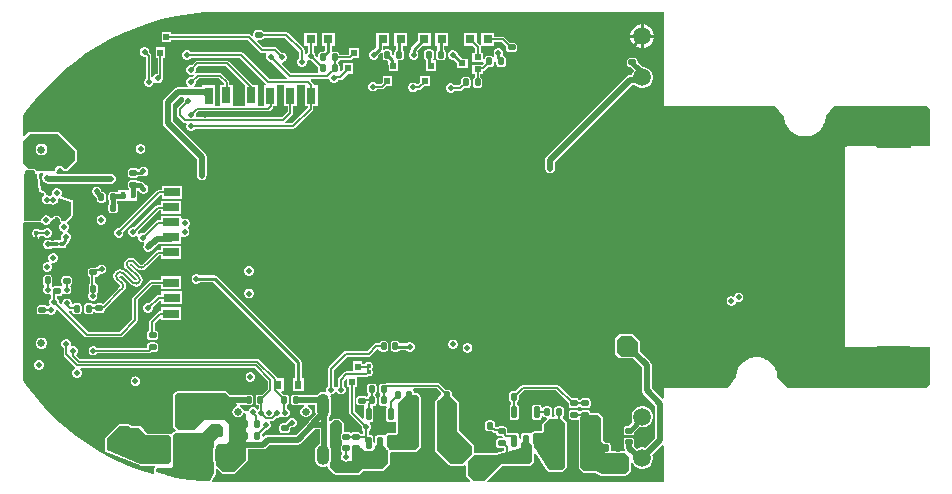
<source format=gtl>
G04*
G04 #@! TF.GenerationSoftware,Altium Limited,Altium Designer,22.2.1 (43)*
G04*
G04 Layer_Physical_Order=1*
G04 Layer_Color=255*
%FSLAX44Y44*%
%MOMM*%
G71*
G04*
G04 #@! TF.SameCoordinates,D676EA34-7746-482F-A41B-9349FDE20BFB*
G04*
G04*
G04 #@! TF.FilePolarity,Positive*
G04*
G01*
G75*
%ADD18R,0.6000X0.8000*%
%ADD19R,0.8000X1.4000*%
%ADD20R,1.4000X0.8000*%
%ADD21R,0.3000X0.3000*%
%ADD24R,0.8000X0.8000*%
%ADD25R,0.4501X0.6000*%
G04:AMPARAMS|DCode=26|XSize=1mm|YSize=0.5mm|CornerRadius=0.0625mm|HoleSize=0mm|Usage=FLASHONLY|Rotation=270.000|XOffset=0mm|YOffset=0mm|HoleType=Round|Shape=RoundedRectangle|*
%AMROUNDEDRECTD26*
21,1,1.0000,0.3750,0,0,270.0*
21,1,0.8750,0.5000,0,0,270.0*
1,1,0.1250,-0.1875,-0.4375*
1,1,0.1250,-0.1875,0.4375*
1,1,0.1250,0.1875,0.4375*
1,1,0.1250,0.1875,-0.4375*
%
%ADD26ROUNDEDRECTD26*%
G04:AMPARAMS|DCode=28|XSize=0.6mm|YSize=0.5mm|CornerRadius=0.1mm|HoleSize=0mm|Usage=FLASHONLY|Rotation=90.000|XOffset=0mm|YOffset=0mm|HoleType=Round|Shape=RoundedRectangle|*
%AMROUNDEDRECTD28*
21,1,0.6000,0.3000,0,0,90.0*
21,1,0.4000,0.5000,0,0,90.0*
1,1,0.2000,0.1500,0.2000*
1,1,0.2000,0.1500,-0.2000*
1,1,0.2000,-0.1500,-0.2000*
1,1,0.2000,-0.1500,0.2000*
%
%ADD28ROUNDEDRECTD28*%
%ADD29R,0.5001X0.6000*%
G04:AMPARAMS|DCode=30|XSize=0.6mm|YSize=0.5mm|CornerRadius=0.1mm|HoleSize=0mm|Usage=FLASHONLY|Rotation=0.000|XOffset=0mm|YOffset=0mm|HoleType=Round|Shape=RoundedRectangle|*
%AMROUNDEDRECTD30*
21,1,0.6000,0.3000,0,0,0.0*
21,1,0.4000,0.5000,0,0,0.0*
1,1,0.2000,0.2000,-0.1500*
1,1,0.2000,-0.2000,-0.1500*
1,1,0.2000,-0.2000,0.1500*
1,1,0.2000,0.2000,0.1500*
%
%ADD30ROUNDEDRECTD30*%
%ADD31R,0.6000X0.5001*%
%ADD33C,0.2032*%
%ADD58C,0.1524*%
G04:AMPARAMS|DCode=59|XSize=1.3mm|YSize=0.7mm|CornerRadius=0.14mm|HoleSize=0mm|Usage=FLASHONLY|Rotation=0.000|XOffset=0mm|YOffset=0mm|HoleType=Round|Shape=RoundedRectangle|*
%AMROUNDEDRECTD59*
21,1,1.3000,0.4200,0,0,0.0*
21,1,1.0200,0.7000,0,0,0.0*
1,1,0.2800,0.5100,-0.2100*
1,1,0.2800,-0.5100,-0.2100*
1,1,0.2800,-0.5100,0.2100*
1,1,0.2800,0.5100,0.2100*
%
%ADD59ROUNDEDRECTD59*%
G04:AMPARAMS|DCode=60|XSize=0.9mm|YSize=0.6mm|CornerRadius=0.12mm|HoleSize=0mm|Usage=FLASHONLY|Rotation=180.000|XOffset=0mm|YOffset=0mm|HoleType=Round|Shape=RoundedRectangle|*
%AMROUNDEDRECTD60*
21,1,0.9000,0.3600,0,0,180.0*
21,1,0.6600,0.6000,0,0,180.0*
1,1,0.2400,-0.3300,0.1800*
1,1,0.2400,0.3300,0.1800*
1,1,0.2400,0.3300,-0.1800*
1,1,0.2400,-0.3300,-0.1800*
%
%ADD60ROUNDEDRECTD60*%
%ADD61R,1.1000X3.7000*%
G04:AMPARAMS|DCode=62|XSize=0.381mm|YSize=0.381mm|CornerRadius=0.0953mm|HoleSize=0mm|Usage=FLASHONLY|Rotation=270.000|XOffset=0mm|YOffset=0mm|HoleType=Round|Shape=RoundedRectangle|*
%AMROUNDEDRECTD62*
21,1,0.3810,0.1905,0,0,270.0*
21,1,0.1905,0.3810,0,0,270.0*
1,1,0.1905,-0.0953,-0.0953*
1,1,0.1905,-0.0953,0.0953*
1,1,0.1905,0.0953,0.0953*
1,1,0.1905,0.0953,-0.0953*
%
%ADD62ROUNDEDRECTD62*%
G04:AMPARAMS|DCode=63|XSize=0.9mm|YSize=0.6mm|CornerRadius=0.12mm|HoleSize=0mm|Usage=FLASHONLY|Rotation=270.000|XOffset=0mm|YOffset=0mm|HoleType=Round|Shape=RoundedRectangle|*
%AMROUNDEDRECTD63*
21,1,0.9000,0.3600,0,0,270.0*
21,1,0.6600,0.6000,0,0,270.0*
1,1,0.2400,-0.1800,-0.3300*
1,1,0.2400,-0.1800,0.3300*
1,1,0.2400,0.1800,0.3300*
1,1,0.2400,0.1800,-0.3300*
%
%ADD63ROUNDEDRECTD63*%
G04:AMPARAMS|DCode=64|XSize=0.381mm|YSize=0.381mm|CornerRadius=0.0953mm|HoleSize=0mm|Usage=FLASHONLY|Rotation=180.000|XOffset=0mm|YOffset=0mm|HoleType=Round|Shape=RoundedRectangle|*
%AMROUNDEDRECTD64*
21,1,0.3810,0.1905,0,0,180.0*
21,1,0.1905,0.3810,0,0,180.0*
1,1,0.1905,-0.0953,0.0953*
1,1,0.1905,0.0953,0.0953*
1,1,0.1905,0.0953,-0.0953*
1,1,0.1905,-0.0953,-0.0953*
%
%ADD64ROUNDEDRECTD64*%
%ADD65C,0.2540*%
%ADD66C,0.5080*%
%ADD67C,0.3810*%
%ADD68C,0.3048*%
%ADD69R,0.1326X0.1687*%
%ADD70R,0.1687X0.1326*%
%ADD71C,1.5001*%
%ADD72C,2.5254*%
%ADD73O,1.0000X2.1001*%
%ADD74O,1.1001X1.7000*%
%ADD75C,0.6500*%
%ADD76C,3.8000*%
%ADD77C,0.5080*%
%ADD78C,0.7112*%
%ADD79C,0.6700*%
G36*
X476363Y326405D02*
Y248728D01*
X476521Y247935D01*
X476970Y247263D01*
X477642Y246814D01*
X478435Y246656D01*
X570609D01*
X578446Y237830D01*
Y237089D01*
X578486Y236889D01*
Y236685D01*
X579082Y233686D01*
X579161Y233497D01*
X579200Y233297D01*
X580370Y230473D01*
X580484Y230303D01*
X580562Y230114D01*
X582261Y227572D01*
X582405Y227428D01*
X582518Y227258D01*
X584680Y225096D01*
X584850Y224983D01*
X584994Y224839D01*
X587536Y223140D01*
X587725Y223062D01*
X587895Y222949D01*
X590719Y221779D01*
X590919Y221739D01*
X591108Y221661D01*
X594106Y221064D01*
X594311D01*
X594511Y221024D01*
X597568D01*
X597768Y221064D01*
X597972D01*
X600971Y221661D01*
X601160Y221739D01*
X601360Y221779D01*
X604184Y222949D01*
X604354Y223062D01*
X604543Y223140D01*
X607085Y224839D01*
X607229Y224983D01*
X607399Y225096D01*
X609561Y227258D01*
X609674Y227428D01*
X609818Y227572D01*
X611517Y230114D01*
X611595Y230303D01*
X611708Y230473D01*
X612878Y233297D01*
X612918Y233497D01*
X612996Y233686D01*
X613593Y236685D01*
Y236889D01*
X613633Y237089D01*
Y237886D01*
X620708Y246656D01*
X698941D01*
X701520Y244076D01*
Y212532D01*
X685996D01*
X685682Y212124D01*
X685056Y211457D01*
X657344Y211457D01*
X657344Y211457D01*
X656718Y212124D01*
X656403Y212532D01*
X631590D01*
X630797Y212374D01*
X630125Y211925D01*
X629676Y211253D01*
X629518Y210460D01*
Y44460D01*
X629676Y43667D01*
X630125Y42995D01*
X630797Y42546D01*
X631590Y42388D01*
X656404D01*
X656646Y42705D01*
X657265Y43373D01*
X685135Y43373D01*
X685135Y43373D01*
X685754Y42705D01*
X685996Y42388D01*
X701520D01*
X701520Y11304D01*
X698476Y8260D01*
X580564D01*
X572726Y17085D01*
Y17826D01*
X572687Y18026D01*
Y18230D01*
X572090Y21229D01*
X572012Y21418D01*
X571972Y21618D01*
X570802Y24443D01*
X570689Y24612D01*
X570611Y24801D01*
X568912Y27343D01*
X568768Y27487D01*
X568655Y27657D01*
X566493Y29819D01*
X566323Y29932D01*
X566179Y30076D01*
X563636Y31775D01*
X563448Y31853D01*
X563278Y31967D01*
X560453Y33136D01*
X560253Y33176D01*
X560065Y33254D01*
X557066Y33851D01*
X556862D01*
X556662Y33891D01*
X553605D01*
X553404Y33851D01*
X553200D01*
X550202Y33254D01*
X550013Y33176D01*
X549813Y33136D01*
X546988Y31967D01*
X546819Y31853D01*
X546630Y31775D01*
X544088Y30076D01*
X543944Y29932D01*
X543774Y29819D01*
X541612Y27657D01*
X541499Y27487D01*
X541354Y27343D01*
X539656Y24801D01*
X539578Y24612D01*
X539464Y24443D01*
X538294Y21618D01*
X538254Y21418D01*
X538176Y21229D01*
X537580Y18230D01*
Y18026D01*
X537540Y17826D01*
Y17029D01*
X530465Y8260D01*
X478435D01*
X477642Y8102D01*
X476970Y7653D01*
X476521Y6981D01*
X476363Y6188D01*
X476363Y-623D01*
X475093Y-1149D01*
X466128Y7816D01*
Y27201D01*
X465813Y28787D01*
X464915Y30131D01*
X456010Y39035D01*
X456011Y47370D01*
X455527Y48536D01*
X450645Y53418D01*
X449479Y53901D01*
X440086D01*
X438920Y53418D01*
X435427Y49925D01*
X434944Y48759D01*
X434944Y38156D01*
X435427Y36990D01*
X438913Y33504D01*
X440079Y33021D01*
X450305D01*
X457841Y25485D01*
Y6100D01*
X458157Y4514D01*
X459055Y3169D01*
X469058Y-6833D01*
Y-34532D01*
X460947Y-42643D01*
X459388Y-42226D01*
X457012D01*
X454717Y-42841D01*
X453965Y-43275D01*
X451438Y-40748D01*
Y-40028D01*
X451534Y-39548D01*
Y-36548D01*
X451338Y-35563D01*
X450780Y-34729D01*
X449945Y-34171D01*
X448960Y-33975D01*
X447648D01*
X447295Y-33905D01*
X446942Y-33975D01*
X444961D01*
X443976Y-34171D01*
X443141Y-34729D01*
X442583Y-35563D01*
X442387Y-36548D01*
Y-39548D01*
X442583Y-40533D01*
X443141Y-41368D01*
X443151Y-41375D01*
Y-42465D01*
X443467Y-44050D01*
X443668Y-44352D01*
X442989Y-45622D01*
X439183D01*
X439027Y-45686D01*
X438861Y-45653D01*
X438719Y-45682D01*
X436044D01*
X435901Y-45653D01*
X435736Y-45686D01*
X435580Y-45622D01*
X432164D01*
X431455Y-44758D01*
Y-40758D01*
X431259Y-39773D01*
X430701Y-38938D01*
X429866Y-38380D01*
X428881Y-38184D01*
X426745D01*
X424959Y-36396D01*
X424959Y-25006D01*
Y-17224D01*
X424476Y-16057D01*
X422123Y-13704D01*
X420957Y-13221D01*
X414599Y-13221D01*
Y-13152D01*
X414403Y-12167D01*
X413845Y-11332D01*
X413010Y-10774D01*
X412025Y-10579D01*
X408025D01*
X407041Y-10774D01*
X406206Y-11332D01*
X405944Y-11724D01*
X405923Y-11733D01*
X404553D01*
X404533Y-11724D01*
X404271Y-11332D01*
X403436Y-10774D01*
X402451Y-10579D01*
X398451D01*
X397466Y-10774D01*
X396631Y-11332D01*
X396073Y-12167D01*
X395877Y-13152D01*
Y-16152D01*
X396073Y-17137D01*
X396631Y-17972D01*
X397466Y-18529D01*
X398451Y-18725D01*
X402451D01*
X403040Y-18608D01*
X404072Y-19217D01*
X404310Y-19473D01*
X404309Y-59081D01*
X404793Y-60247D01*
X407721Y-63176D01*
X408888Y-63659D01*
X418665D01*
X423708Y-66312D01*
X424107Y-66349D01*
X424476Y-66502D01*
X443802D01*
X444968Y-66019D01*
X448461Y-62526D01*
X448945Y-61359D01*
X448945Y-55808D01*
X450215Y-55468D01*
X450979Y-56791D01*
X452659Y-58472D01*
X454717Y-59660D01*
X457012Y-60275D01*
X459388D01*
X461684Y-59660D01*
X463741Y-58472D01*
X465422Y-56791D01*
X466610Y-54734D01*
X467225Y-52438D01*
Y-50062D01*
X466807Y-48503D01*
X475093Y-40217D01*
X476363Y-40743D01*
X476363Y-71490D01*
X327218D01*
X326732Y-70317D01*
X339357Y-57692D01*
X349833Y-57692D01*
X349969Y-57636D01*
X350000Y-57629D01*
X350031Y-57636D01*
X350167Y-57692D01*
X362908D01*
X364075Y-57209D01*
X366367Y-54917D01*
X366850Y-53751D01*
Y-47877D01*
X368064Y-47505D01*
X378005Y-62216D01*
X378143Y-62307D01*
X378206Y-62459D01*
X378654Y-62645D01*
X379059Y-62912D01*
X379220Y-62879D01*
X379372Y-62942D01*
X390252D01*
X391418Y-62459D01*
X393698Y-60180D01*
X394181Y-59013D01*
Y-40149D01*
X394180Y-21311D01*
X393697Y-20145D01*
X391049Y-17497D01*
X391110Y-15938D01*
X391125Y-15914D01*
X391678Y-15087D01*
X391874Y-14102D01*
Y-10102D01*
X391678Y-9117D01*
X391120Y-8282D01*
X390285Y-7724D01*
X389300Y-7528D01*
X386300D01*
X385316Y-7724D01*
X384481Y-8282D01*
X383923Y-9117D01*
X383727Y-10102D01*
Y-14102D01*
X383923Y-15087D01*
X383977Y-15168D01*
X383416Y-16216D01*
X382184Y-16217D01*
X381624Y-15168D01*
X381678Y-15087D01*
X381874Y-14102D01*
Y-10102D01*
X381678Y-9117D01*
X381120Y-8282D01*
X380285Y-7724D01*
X379300Y-7528D01*
X376301D01*
X375316Y-7724D01*
X374481Y-8282D01*
X374336Y-8498D01*
X373168Y-8194D01*
X373058Y-8126D01*
X372900Y-7329D01*
X372425Y-6618D01*
X371714Y-6143D01*
X370875Y-5976D01*
X367125D01*
X366287Y-6143D01*
X365576Y-6618D01*
X365101Y-7329D01*
X364934Y-8167D01*
Y-16917D01*
X365101Y-17756D01*
X365576Y-18467D01*
X366287Y-18942D01*
X367125Y-19109D01*
X370875D01*
X371714Y-18942D01*
X372425Y-18467D01*
X372900Y-17756D01*
X373066Y-16917D01*
Y-16091D01*
X374336Y-15705D01*
X374481Y-15921D01*
X375316Y-16479D01*
X376301Y-16675D01*
X377179D01*
X377705Y-17945D01*
X374014Y-21637D01*
X373531Y-22803D01*
X373531Y-27709D01*
X372866Y-28375D01*
X367948Y-28383D01*
X366628D01*
X365462Y-28867D01*
X364240Y-30088D01*
X364186Y-30220D01*
X363685Y-30378D01*
X362737Y-30484D01*
X362706Y-30472D01*
X362214Y-30143D01*
X361375Y-29976D01*
X357625D01*
X356787Y-30143D01*
X356076Y-30618D01*
X355601Y-31329D01*
X355434Y-32167D01*
Y-35105D01*
X355336Y-35170D01*
X354066Y-34491D01*
Y-32167D01*
X353899Y-31329D01*
X353424Y-30618D01*
X352714Y-30143D01*
X351875Y-29976D01*
X348276D01*
X348262Y-29974D01*
X344178D01*
X343663Y-29459D01*
Y-27042D01*
X343468Y-26058D01*
X342910Y-25223D01*
X342075Y-24665D01*
X341090Y-24469D01*
X337090D01*
X336105Y-24665D01*
X335270Y-25223D01*
X334576Y-25237D01*
X333474Y-24154D01*
Y-21968D01*
X333278Y-20983D01*
X332720Y-20148D01*
X331885Y-19591D01*
X330900Y-19395D01*
X327900D01*
X326915Y-19591D01*
X326080Y-20148D01*
X325522Y-20983D01*
X325327Y-21968D01*
Y-25968D01*
X325522Y-26953D01*
X326080Y-27788D01*
X326915Y-28346D01*
X327900Y-28542D01*
X330590D01*
X331624Y-29576D01*
X332381Y-30081D01*
X333273Y-30258D01*
X334560D01*
X334712Y-31027D01*
X335270Y-31862D01*
X336105Y-32420D01*
X337090Y-32616D01*
X339734D01*
X340178Y-33199D01*
X339549Y-34469D01*
X337090D01*
X336105Y-34665D01*
X335270Y-35223D01*
X334712Y-36058D01*
X334517Y-37042D01*
Y-40042D01*
X334712Y-41027D01*
X335270Y-41862D01*
X336105Y-42420D01*
X337090Y-42616D01*
X340977D01*
X341349Y-42988D01*
Y-45365D01*
X334348Y-47347D01*
X316150Y-47347D01*
Y-41706D01*
X315903Y-41110D01*
X315667Y-40541D01*
X303160Y-28012D01*
X303160Y-7706D01*
Y-5059D01*
X302676Y-3893D01*
X297073Y1710D01*
Y3858D01*
X296878Y4842D01*
X296320Y5677D01*
X295485Y6235D01*
X294500Y6431D01*
X292223D01*
X287028Y11626D01*
X286272Y12131D01*
X285380Y12308D01*
X241940D01*
X241048Y12131D01*
X240542Y11793D01*
X237682D01*
X236697Y11597D01*
X235862Y11039D01*
X235304Y10204D01*
X235108Y9219D01*
Y5219D01*
X235304Y4234D01*
X235862Y3399D01*
X236385Y3050D01*
X236465Y2744D01*
Y1944D01*
X236385Y1639D01*
X235862Y1289D01*
X235304Y454D01*
X235108Y-531D01*
Y-4531D01*
X235304Y-5516D01*
X235862Y-6350D01*
X236697Y-6908D01*
X237682Y-7104D01*
X240682D01*
X240735Y-7094D01*
X242072Y-8048D01*
X242086Y-8247D01*
X242071Y-8272D01*
X241611Y-8960D01*
X241444Y-9799D01*
Y-18549D01*
X241611Y-19387D01*
X242086Y-20098D01*
X242797Y-20573D01*
X243635Y-20740D01*
X247385D01*
X248224Y-20573D01*
X248771Y-20208D01*
X249455Y-20395D01*
X250041Y-20729D01*
Y-29341D01*
X249376Y-30007D01*
X244458Y-30015D01*
X243138D01*
X241972Y-30498D01*
X240750Y-31720D01*
X240696Y-31851D01*
X240195Y-32009D01*
X239247Y-32115D01*
X239216Y-32104D01*
X238724Y-31775D01*
X237885Y-31608D01*
X234135D01*
X233297Y-31775D01*
X232586Y-32250D01*
X232111Y-32960D01*
X231944Y-33799D01*
Y-38068D01*
X231846Y-38134D01*
X230576Y-37455D01*
Y-33799D01*
X230410Y-32960D01*
X229935Y-32250D01*
X229224Y-31775D01*
X228385Y-31608D01*
X226877D01*
Y-28560D01*
X226992Y-28512D01*
X228135Y-27369D01*
X228754Y-25875D01*
Y-24259D01*
X228135Y-22765D01*
X227380Y-22010D01*
X227906Y-20740D01*
X228385D01*
X229224Y-20573D01*
X229935Y-20098D01*
X230410Y-19387D01*
X230576Y-18549D01*
Y-9799D01*
X230410Y-8960D01*
X230018Y-8374D01*
X230161Y-7796D01*
X230506Y-7104D01*
X230682D01*
X231667Y-6908D01*
X232502Y-6350D01*
X233059Y-5516D01*
X233255Y-4531D01*
Y-531D01*
X233059Y454D01*
X232502Y1289D01*
X231978Y1639D01*
X231899Y1944D01*
Y2744D01*
X231978Y3050D01*
X232502Y3399D01*
X233059Y4234D01*
X233255Y5219D01*
Y9219D01*
X233059Y10204D01*
X232502Y11039D01*
X231667Y11597D01*
X230682Y11793D01*
X227682D01*
X226697Y11597D01*
X225862Y11039D01*
X225304Y10204D01*
X225108Y9219D01*
Y5219D01*
X225304Y4234D01*
X225862Y3399D01*
X226386Y3050D01*
X226465Y2744D01*
Y1944D01*
X226386Y1639D01*
X225862Y1289D01*
X225763Y1140D01*
X224580Y775D01*
X224216Y937D01*
X223661Y1307D01*
X222676Y1503D01*
X218676D01*
X217691Y1307D01*
X216856Y749D01*
X216299Y-86D01*
X216103Y-1070D01*
Y-4070D01*
X216299Y-5055D01*
X216856Y-5890D01*
X217691Y-6448D01*
X218676Y-6644D01*
X222676D01*
X223085Y-7857D01*
X223086Y-8250D01*
X222611Y-8960D01*
X222444Y-9799D01*
Y-17729D01*
X221174Y-18255D01*
X214682Y-11763D01*
Y8643D01*
X216376D01*
Y17336D01*
X224590D01*
X225482Y17514D01*
X226220Y18006D01*
X227463D01*
X228429Y18198D01*
X229248Y18746D01*
X229796Y19565D01*
X229988Y20531D01*
Y22436D01*
X229796Y23402D01*
X229386Y24015D01*
X229796Y24629D01*
X229988Y25595D01*
Y27500D01*
X229796Y28466D01*
X229248Y29285D01*
X228429Y29833D01*
X227463Y30025D01*
X225558D01*
X224592Y29833D01*
X223772Y29285D01*
X223246Y28498D01*
X221377D01*
Y30690D01*
X213328D01*
Y21998D01*
X207700D01*
X206808Y21820D01*
X206052Y21315D01*
X201579Y16841D01*
X201073Y16085D01*
X200896Y15193D01*
Y10026D01*
X199781Y8911D01*
X199679Y8665D01*
X198305D01*
X198202Y8911D01*
X197347Y9767D01*
Y23098D01*
X208773Y34524D01*
X226510D01*
X227501Y34721D01*
X228342Y35283D01*
X233913Y40854D01*
X235274Y40521D01*
X235305Y40367D01*
X235863Y39532D01*
X236697Y38974D01*
X237682Y38778D01*
X240682D01*
X241667Y38974D01*
X242502Y39532D01*
X243060Y40367D01*
X243256Y41352D01*
Y45352D01*
X243060Y46337D01*
X242502Y47172D01*
X241667Y47729D01*
X240682Y47925D01*
X237682D01*
X236697Y47729D01*
X235863Y47172D01*
X235364Y46425D01*
X233231D01*
X232240Y46227D01*
X231400Y45666D01*
X225438Y39704D01*
X207700D01*
X206709Y39507D01*
X205869Y38945D01*
X192926Y26002D01*
X192364Y25162D01*
X192167Y24171D01*
Y9767D01*
X191312Y8911D01*
X190693Y7418D01*
Y5801D01*
X190712Y5754D01*
X189740Y4782D01*
X189693Y4802D01*
X187990Y5026D01*
X186287Y4802D01*
X184700Y4144D01*
X183337Y3099D01*
X182511Y2021D01*
X167725D01*
X167374Y2255D01*
X166390Y2451D01*
X163390D01*
X162405Y2255D01*
X161570Y1697D01*
X161012Y862D01*
X160816Y-122D01*
Y-1769D01*
X160746Y-2122D01*
X160816Y-2476D01*
Y-4122D01*
X161012Y-5107D01*
X161570Y-5942D01*
X162405Y-6500D01*
X163390Y-6696D01*
X166390D01*
X167374Y-6500D01*
X167724Y-6266D01*
X171823D01*
X172076Y-7536D01*
X170935Y-8009D01*
X169592Y-9352D01*
X168865Y-11106D01*
Y-13005D01*
X169592Y-14760D01*
X170935Y-16103D01*
X172690Y-16830D01*
X174589D01*
X176343Y-16103D01*
X177686Y-14760D01*
X178413Y-13005D01*
Y-11106D01*
X177686Y-9352D01*
X176343Y-8009D01*
X175202Y-7536D01*
X175455Y-6266D01*
X181410D01*
Y-12555D01*
X181625Y-14188D01*
X176861Y-18952D01*
X175962Y-20296D01*
X175865Y-20788D01*
X164839Y-31814D01*
X141056D01*
X139471Y-32129D01*
X138126Y-33027D01*
X137654Y-33500D01*
X136384Y-32974D01*
Y-30731D01*
X136368Y-30650D01*
X139396Y-27622D01*
X140293D01*
X141786Y-27003D01*
X142929Y-25860D01*
X143548Y-24366D01*
Y-22750D01*
X142929Y-21256D01*
X142847Y-21173D01*
X143373Y-19903D01*
X144832D01*
X145724Y-19726D01*
X146480Y-19221D01*
X148354Y-17347D01*
X148381Y-17358D01*
X149998D01*
X151491Y-16740D01*
X152635Y-15597D01*
X153324Y-16135D01*
X153476Y-16286D01*
X154969Y-16905D01*
X156586D01*
X158080Y-16286D01*
X159223Y-15143D01*
X159842Y-13649D01*
Y-12033D01*
X159223Y-10539D01*
X158080Y-9396D01*
X157664Y-9224D01*
Y-6306D01*
X158209Y-5942D01*
X158767Y-5107D01*
X158963Y-4122D01*
Y-122D01*
X158767Y862D01*
X158209Y1697D01*
X157374Y2255D01*
X156390Y2451D01*
X154260D01*
X152437Y4274D01*
X152923Y5447D01*
X154535D01*
Y16495D01*
X149313D01*
X149297Y16575D01*
X148792Y17332D01*
X134142Y31981D01*
X133386Y32487D01*
X132494Y32664D01*
X-17678D01*
X-21089Y36074D01*
X-20245Y36917D01*
X-19627Y38411D01*
Y40028D01*
X-20245Y41522D01*
X-21389Y42665D01*
X-22882Y43283D01*
X-24499D01*
X-25372Y44296D01*
X-25355Y44337D01*
Y45954D01*
X-25974Y47448D01*
X-27117Y48591D01*
X-28611Y49209D01*
X-30228D01*
X-31721Y48591D01*
X-32865Y47448D01*
X-33483Y45954D01*
Y44337D01*
X-32865Y42843D01*
X-31750Y41729D01*
Y36798D01*
X-31573Y35907D01*
X-31067Y35150D01*
X-21767Y25850D01*
X-21783Y24958D01*
X-21973Y24390D01*
X-22691Y24093D01*
X-23834Y22949D01*
X-24453Y21456D01*
Y19839D01*
X-23834Y18345D01*
X-22691Y17202D01*
X-21197Y16583D01*
X-19580D01*
X-18087Y17202D01*
X-16943Y18345D01*
X-16325Y19839D01*
Y21456D01*
X-16943Y22949D01*
X-17678Y23684D01*
X-17152Y24954D01*
X130266D01*
X141097Y14123D01*
Y7463D01*
X136085Y2451D01*
X133390D01*
X132405Y2255D01*
X131570Y1697D01*
X131012Y862D01*
X130816Y-122D01*
Y-4122D01*
X131012Y-5107D01*
X131570Y-5942D01*
X132405Y-6500D01*
X133390Y-6696D01*
X133515D01*
Y-9213D01*
X132858Y-9485D01*
X132704Y-9640D01*
X132015Y-10212D01*
X130871Y-9069D01*
X129378Y-8450D01*
X127761D01*
X126267Y-9069D01*
X125124Y-10212D01*
X124619Y-11432D01*
X123706Y-11793D01*
X123235Y-11844D01*
X123021Y-11629D01*
X122790Y-11534D01*
X122632Y-11341D01*
X122229Y-11301D01*
X121854Y-11146D01*
X121683Y-11141D01*
X120463Y-10743D01*
X119886Y-9352D01*
X118543Y-8009D01*
X117495Y-7575D01*
X117748Y-6305D01*
X122113D01*
X122405Y-6500D01*
X123390Y-6696D01*
X126390D01*
X127374Y-6500D01*
X128209Y-5942D01*
X128767Y-5107D01*
X128963Y-4122D01*
Y-2312D01*
X128993Y-2161D01*
X128963Y-2010D01*
Y-122D01*
X128767Y862D01*
X128209Y1697D01*
X127374Y2255D01*
X126390Y2451D01*
X123390D01*
X122405Y2255D01*
X121997Y1983D01*
X109408D01*
X106659Y4732D01*
X105493Y5215D01*
X64463Y5215D01*
X63297Y4732D01*
X61125Y2560D01*
X60642Y1393D01*
X60641Y-23854D01*
X61125Y-25020D01*
X63299Y-27194D01*
X62727Y-28418D01*
X61684Y-28851D01*
X60097Y-30437D01*
X59988Y-30701D01*
X58491Y-31001D01*
X57325Y-30518D01*
X39117D01*
X33727Y-24570D01*
X33688Y-24551D01*
X33671Y-24511D01*
X33123Y-24284D01*
X32586Y-24030D01*
X32545Y-24045D01*
X32505Y-24028D01*
X26461D01*
X25879Y-23912D01*
X25524Y-23675D01*
X25481Y-23611D01*
X25340Y-23517D01*
X25276Y-23361D01*
X24831Y-23177D01*
X24431Y-22910D01*
X24265Y-22943D01*
X24109Y-22878D01*
X15567Y-22878D01*
X14400Y-23361D01*
X3734Y-34028D01*
X3250Y-35194D01*
Y-44549D01*
X3379Y-44857D01*
X3381Y-45192D01*
X3611Y-45417D01*
X3734Y-45715D01*
X4042Y-45843D01*
X4281Y-46077D01*
X32599Y-57551D01*
X32921Y-57549D01*
X33219Y-57672D01*
X45539D01*
X46052Y-58942D01*
X45432Y-59541D01*
X45387Y-59646D01*
X45287Y-59702D01*
X45141Y-60212D01*
X44929Y-60699D01*
X44971Y-60806D01*
X44940Y-60916D01*
X45241Y-63537D01*
X45339Y-63713D01*
X45264Y-63924D01*
X44452Y-64804D01*
X43998Y-64693D01*
X32402Y-61082D01*
X21053Y-56761D01*
X9992Y-51746D01*
X-737Y-46055D01*
X-11094Y-39712D01*
X-21038Y-32740D01*
X-30531Y-25166D01*
X-39538Y-17018D01*
X-48022Y-8329D01*
X-55953Y869D01*
X-63300Y10539D01*
X-66319Y15071D01*
X-66319Y64360D01*
Y147373D01*
X-65049Y148222D01*
X-64900Y148160D01*
X-50658Y148160D01*
X-49752Y147761D01*
X-48608Y146617D01*
X-47115Y145999D01*
X-45498D01*
X-44004Y146617D01*
X-42861Y147761D01*
X-42242Y149254D01*
X-42139Y149732D01*
X-41036Y150365D01*
X-40823Y150430D01*
X-40396Y150783D01*
X-40317Y150836D01*
X-40279Y150855D01*
X-40276Y150863D01*
X-39935Y151091D01*
X-39355Y151959D01*
X-38557Y152492D01*
X-37615Y152680D01*
X-36673Y152492D01*
X-35874Y151959D01*
X-35340Y151160D01*
X-35089Y149896D01*
X-34864Y149559D01*
X-34746Y149172D01*
X-34411Y148763D01*
X-34390Y148752D01*
X-34291Y148462D01*
X-34219Y147292D01*
X-34241Y147232D01*
X-34853Y146621D01*
X-35471Y145127D01*
Y143510D01*
X-34853Y142017D01*
X-33709Y140873D01*
X-32457Y140355D01*
X-32280Y139976D01*
X-32190Y139592D01*
X-32167Y138985D01*
X-33073Y138079D01*
X-33691Y136586D01*
Y134969D01*
X-33597Y134740D01*
X-33612Y134549D01*
X-34284Y133496D01*
X-35621Y133099D01*
X-35889Y133278D01*
X-36855Y133470D01*
X-38760D01*
X-39726Y133278D01*
X-40332Y132874D01*
X-42331D01*
X-42442Y132984D01*
X-43935Y133603D01*
X-45552D01*
X-47046Y132984D01*
X-48189Y131841D01*
X-48808Y130347D01*
Y128731D01*
X-48189Y127237D01*
X-47046Y126094D01*
X-45552Y125475D01*
X-43935D01*
X-42442Y126094D01*
X-41877Y126658D01*
X-39479D01*
X-38760Y126515D01*
X-36855D01*
X-35889Y126707D01*
X-35276Y127117D01*
X-34663Y126707D01*
X-33696Y126515D01*
X-31791D01*
X-30825Y126707D01*
X-30006Y127255D01*
X-29458Y128074D01*
X-29266Y129040D01*
Y129442D01*
X-28099Y130609D01*
X-28099Y130609D01*
X-27482Y131533D01*
X-27322Y132336D01*
X-26182Y133475D01*
X-25563Y134969D01*
Y136586D01*
X-26182Y138079D01*
X-27325Y139223D01*
X-28578Y139741D01*
X-28754Y140120D01*
X-28844Y140504D01*
X-28867Y141111D01*
X-27962Y142017D01*
X-27343Y143510D01*
Y145127D01*
X-27962Y146621D01*
X-28637Y147296D01*
X-28664Y147848D01*
X-28548Y148770D01*
X-28514Y148832D01*
X-24148Y153197D01*
X-23665Y154364D01*
Y165837D01*
X-23820Y166211D01*
X-23859Y166614D01*
X-24053Y166773D01*
X-24148Y167004D01*
X-24522Y167159D01*
X-24834Y167415D01*
X-33295Y169990D01*
X-33785Y171467D01*
X-33384Y172435D01*
Y174051D01*
X-34003Y175545D01*
X-35146Y176688D01*
X-36640Y177307D01*
X-38257D01*
X-39751Y176688D01*
X-40894Y175545D01*
X-41512Y174051D01*
Y172435D01*
X-42201Y171262D01*
X-43532Y170851D01*
X-43653Y170971D01*
X-45147Y171590D01*
X-45863D01*
X-46457Y172255D01*
X-46614Y172800D01*
X-46725Y173357D01*
X-47001Y173771D01*
X-47463Y174079D01*
X-47893Y174432D01*
X-50800Y175317D01*
X-52450Y188727D01*
X-51834Y189723D01*
X-51553Y189997D01*
X-49091D01*
X-48757Y189457D01*
X-48644Y188727D01*
X-48744Y188661D01*
X-48970Y188321D01*
X-49259Y188033D01*
X-49415Y187656D01*
X-49642Y187316D01*
X-49721Y186916D01*
X-49878Y186539D01*
Y186131D01*
X-49957Y185731D01*
X-49878Y185331D01*
Y184922D01*
X-49721Y184545D01*
X-49642Y184145D01*
X-49415Y183806D01*
X-49259Y183429D01*
X-48970Y183140D01*
X-48744Y182801D01*
X-48141Y182198D01*
X-46796Y181299D01*
X-45210Y180984D01*
X-45210Y180984D01*
X7592D01*
X7642Y180964D01*
X8050D01*
X8450Y180884D01*
X8850Y180964D01*
X9258D01*
X9635Y181120D01*
X10036Y181199D01*
X10375Y181426D01*
X10752Y181582D01*
X11041Y181871D01*
X11380Y182098D01*
X11607Y182437D01*
X11895Y182726D01*
X12052Y183103D01*
X12278Y183442D01*
X12358Y183842D01*
X12514Y184219D01*
Y184627D01*
X12594Y185028D01*
X12514Y185428D01*
Y185836D01*
X12358Y186213D01*
X12278Y186613D01*
X12052Y186953D01*
X11895Y187330D01*
X11607Y187618D01*
X11380Y187958D01*
X11280Y188058D01*
X10941Y188284D01*
X10752Y188473D01*
X10506Y188575D01*
X9936Y188956D01*
X9263Y189090D01*
X9258Y189092D01*
X9254D01*
X8350Y189271D01*
X-37554D01*
X-37954Y190480D01*
X-37921Y190560D01*
X-37845Y190600D01*
X-37726Y190746D01*
X-37608Y191133D01*
X-37383Y191470D01*
X-37132Y192734D01*
X-36598Y193533D01*
X-35800Y194067D01*
X-34857Y194254D01*
X-33915Y194067D01*
X-33117Y193533D01*
X-32612Y192778D01*
X-32127Y192454D01*
X-31663Y192100D01*
X-30244Y191724D01*
X-30025Y191753D01*
X-29821Y191669D01*
X-29421Y191834D01*
X-28992Y191892D01*
X-28859Y192067D01*
X-28655Y192152D01*
X-20687Y200120D01*
X-20204Y201286D01*
Y208720D01*
X-20687Y209886D01*
X-35425Y224624D01*
X-36591Y225107D01*
X-60343D01*
X-61509Y224624D01*
X-65146Y220988D01*
X-66319Y221474D01*
Y237957D01*
X-63322Y242291D01*
X-56047Y251622D01*
X-48250Y260522D01*
X-39958Y268961D01*
X-31197Y276913D01*
X-21995Y284350D01*
X-12384Y291250D01*
X-2393Y297589D01*
X7943Y303347D01*
X18592Y308504D01*
X29518Y313044D01*
X40685Y316952D01*
X52058Y320215D01*
X63599Y322823D01*
X75270Y324767D01*
X87033Y326041D01*
X92941Y326340D01*
X93077Y326374D01*
X93217Y326373D01*
X93392Y326406D01*
X476363Y326405D01*
D02*
G37*
G36*
X-21853Y208720D02*
Y201286D01*
X-29821Y193318D01*
X-31241Y193694D01*
X-31927Y194722D01*
X-33272Y195620D01*
X-34857Y195936D01*
X-36443Y195620D01*
X-37787Y194722D01*
X-38686Y193378D01*
X-39001Y191792D01*
X-39121Y191647D01*
X-54307Y191647D01*
X-54342Y191822D01*
X-54944Y192724D01*
X-55845Y193326D01*
X-56908Y193537D01*
X-61070D01*
X-66319Y198785D01*
X-66319Y217481D01*
X-60343Y223458D01*
X-36591D01*
X-21853Y208720D01*
D02*
G37*
G36*
X-52307Y174051D02*
X-48373Y172854D01*
X-48096Y172440D01*
X-48260Y170994D01*
X-48361Y170806D01*
X-48885Y170456D01*
X-49783Y169112D01*
X-50099Y167526D01*
X-49783Y165940D01*
X-48885Y164596D01*
X-47541Y163698D01*
X-45955Y163382D01*
X-44370Y163698D01*
X-43210Y164473D01*
X-41961Y163639D01*
X-40376Y163323D01*
X-38790Y163639D01*
X-37446Y164537D01*
X-36548Y165882D01*
X-36232Y167467D01*
X-36309Y167856D01*
X-35212Y168849D01*
X-25315Y165837D01*
Y154364D01*
X-29869Y149810D01*
X-33136D01*
X-33471Y150218D01*
X-33786Y151804D01*
X-34685Y153148D01*
X-36029Y154046D01*
X-37615Y154362D01*
X-39200Y154046D01*
X-40545Y153148D01*
X-41307Y152007D01*
X-41519Y151942D01*
X-42132Y151902D01*
X-42702Y151983D01*
X-43376Y152993D01*
X-44721Y153891D01*
X-46306Y154206D01*
X-47892Y153891D01*
X-49236Y152993D01*
X-50135Y151649D01*
X-50450Y150063D01*
X-50658Y149810D01*
X-64900Y149810D01*
X-64900Y188878D01*
X-54130D01*
X-52307Y174051D01*
D02*
G37*
G36*
X454361Y47370D02*
Y42436D01*
X454361Y36080D01*
X452951Y34670D01*
X440079D01*
X436593Y38156D01*
X436593Y48759D01*
X440086Y52252D01*
X449479D01*
X454361Y47370D01*
D02*
G37*
G36*
X208326Y15337D02*
Y8643D01*
X210020D01*
Y-12729D01*
X210198Y-13621D01*
X210703Y-14377D01*
X220626Y-24299D01*
Y-25875D01*
X221244Y-27369D01*
X222215Y-28340D01*
Y-30843D01*
X220261D01*
X220230Y-30689D01*
X219672Y-29854D01*
X218837Y-29296D01*
X217852Y-29100D01*
X213852D01*
X212868Y-29296D01*
X212033Y-29854D01*
X211620D01*
X210785Y-29296D01*
X209800Y-29100D01*
X205800D01*
X205348Y-28729D01*
Y-21956D01*
X204865Y-20790D01*
X202383Y-18308D01*
X201217Y-17825D01*
X197407D01*
X196240Y-18308D01*
X194459Y-20089D01*
X193285Y-19604D01*
Y-16371D01*
X193689Y-15845D01*
X194346Y-14258D01*
X194571Y-12555D01*
Y-1554D01*
X194346Y149D01*
X193866Y1310D01*
X194433Y2350D01*
X194669Y2545D01*
X195565D01*
X197059Y3164D01*
X198202Y4307D01*
X198305Y4554D01*
X199679D01*
X199781Y4307D01*
X200925Y3164D01*
X202418Y2545D01*
X204035D01*
X205529Y3164D01*
X206672Y4307D01*
X207291Y5801D01*
Y7418D01*
X206672Y8911D01*
X205557Y10026D01*
Y14228D01*
X207153Y15824D01*
X208326Y15337D01*
D02*
G37*
G36*
X115099Y-6041D02*
X114681Y-7419D01*
X113976Y-7559D01*
X112397Y-8614D01*
X111342Y-10193D01*
X110972Y-12056D01*
X111342Y-13918D01*
X112397Y-15498D01*
X113976Y-16553D01*
X115839Y-16923D01*
X117702Y-16553D01*
X119281Y-15498D01*
X120336Y-13918D01*
X120476Y-13214D01*
X121854Y-12796D01*
X122760Y-13701D01*
Y-52886D01*
X112600Y-63046D01*
X103516D01*
X97498Y-57028D01*
Y-40771D01*
X99239Y-39033D01*
X106455Y-39048D01*
X108275Y-37231D01*
Y-23105D01*
X104645Y-19474D01*
X87598Y-19474D01*
X79667Y-27404D01*
X65842D01*
X62291Y-23854D01*
X62291Y1393D01*
X64463Y3566D01*
X105493Y3566D01*
X115099Y-6041D01*
D02*
G37*
G36*
X269041Y212D02*
X269041Y-41781D01*
X266112Y-44710D01*
X245458D01*
X244319Y-44187D01*
X244051Y-43787D01*
X243867Y-43343D01*
X243711Y-43278D01*
X243617Y-43137D01*
X243275Y-42909D01*
X242983Y-42471D01*
X242852Y-42383D01*
X242771Y-42189D01*
X241917Y-41335D01*
X241917Y-32886D01*
X243138Y-31664D01*
X244460D01*
X250061Y-31655D01*
X251690Y-30023D01*
X251690Y-7706D01*
Y-5059D01*
X259179Y2430D01*
X266823Y2430D01*
X269041Y212D01*
D02*
G37*
G36*
X364934Y-40409D02*
Y-40917D01*
X365101Y-41756D01*
X365200Y-41905D01*
Y-53751D01*
X362908Y-56042D01*
X350167D01*
X350000Y-56009D01*
X349833Y-56042D01*
X338674Y-56042D01*
X324274Y-70442D01*
X315175Y-70442D01*
X311481Y-66747D01*
X311409Y-66385D01*
X310681Y-65296D01*
X310681Y-54209D01*
X315893Y-48996D01*
X334577Y-48996D01*
X355815Y-42984D01*
Y-38292D01*
X357048Y-37059D01*
X361585D01*
X364934Y-40409D01*
D02*
G37*
G36*
X24109Y-24528D02*
X24334Y-24864D01*
X25235Y-25466D01*
X26298Y-25678D01*
X32505D01*
X38385Y-32167D01*
X57325D01*
X59200Y-34042D01*
Y-34042D01*
X59200D01*
Y-51042D01*
D01*
Y-53695D01*
X56872Y-56023D01*
X33219D01*
X4900Y-44549D01*
Y-35194D01*
X15567Y-24528D01*
X24109Y-24528D01*
D02*
G37*
G36*
X294021Y2430D02*
X301510Y-5059D01*
Y-7706D01*
X301510Y-28695D01*
X314500Y-41706D01*
Y-48057D01*
X309515Y-53042D01*
X309440Y-53224D01*
X306376Y-56287D01*
X296219Y-56286D01*
X284159Y-44226D01*
X284159Y-3903D01*
X285657Y-2405D01*
X286320Y-1962D01*
X286763Y-1299D01*
X290492Y2430D01*
X294021Y2430D01*
D02*
G37*
G36*
X203698Y-21956D02*
Y-30277D01*
X203423Y-30689D01*
X203227Y-31674D01*
Y-34674D01*
X203423Y-35659D01*
X203698Y-36071D01*
Y-40277D01*
X203423Y-40689D01*
X203227Y-41674D01*
Y-44674D01*
X203423Y-45659D01*
X203698Y-46071D01*
Y-48025D01*
X203326Y-48582D01*
X203011Y-50167D01*
X203326Y-51753D01*
X204224Y-53097D01*
X205569Y-53996D01*
X207154Y-54311D01*
X208740Y-53996D01*
X209515Y-53478D01*
X212637D01*
Y-51800D01*
Y-42872D01*
X220676D01*
X222972Y-45168D01*
X230020D01*
X232210Y-42978D01*
Y-41371D01*
X233239Y-40343D01*
X238592D01*
X241605Y-43356D01*
X241611Y-43387D01*
X242086Y-44098D01*
X242701Y-44509D01*
Y-56182D01*
X237934Y-60948D01*
X222218Y-60948D01*
X217805Y-63924D01*
X216522D01*
X216031Y-63827D01*
X215541Y-63924D01*
X198785Y-63924D01*
X193596Y-58735D01*
Y-56088D01*
X194126Y-55398D01*
X194834Y-53689D01*
X195075Y-51855D01*
Y-45856D01*
X194834Y-44022D01*
X194126Y-42313D01*
X193596Y-41623D01*
X193596Y-23284D01*
X197407Y-19474D01*
X201217D01*
X203698Y-21956D01*
D02*
G37*
G36*
X392531Y-21311D02*
X392531Y-40149D01*
Y-59013D01*
X390252Y-61292D01*
X379372D01*
X367064Y-43078D01*
X366850Y-42864D01*
Y-41905D01*
X366698Y-41538D01*
X366719Y-41434D01*
X366584Y-40755D01*
Y-40409D01*
X366335Y-39808D01*
X366101Y-39242D01*
X365406Y-38548D01*
X365406Y-31255D01*
X366628Y-30033D01*
X367950D01*
X373551Y-30024D01*
X375180Y-28392D01*
X375180Y-22803D01*
X379873Y-18109D01*
X389329Y-18109D01*
X392531Y-21311D01*
D02*
G37*
G36*
X288260Y3801D02*
Y2531D01*
X285596Y-133D01*
X285532Y-289D01*
X285391Y-383D01*
X285131Y-773D01*
X284740Y-1034D01*
X284646Y-1174D01*
X284490Y-1239D01*
X282993Y-2736D01*
X282510Y-3903D01*
X282509Y-44226D01*
X282992Y-45392D01*
X295053Y-57453D01*
X296219Y-57936D01*
X306376Y-57936D01*
X307543Y-57453D01*
X307858Y-57138D01*
X309032Y-57624D01*
X309032Y-65296D01*
X309216Y-65740D01*
X309310Y-66212D01*
X309855Y-67028D01*
X309863Y-67069D01*
X310130Y-67469D01*
X310315Y-67914D01*
X312718Y-70317D01*
X312232Y-71490D01*
X98700D01*
X98335Y-71563D01*
X97968Y-71624D01*
X97641Y-71747D01*
X94649Y-71771D01*
X93904Y-70507D01*
X96938Y-65126D01*
X96989Y-64707D01*
X97151Y-64316D01*
Y-60673D01*
X98324Y-60187D01*
X102349Y-64212D01*
X103516Y-64696D01*
X112600D01*
X113767Y-64212D01*
X123926Y-54053D01*
X124409Y-52886D01*
Y-44046D01*
X137112D01*
X138698Y-43730D01*
X140042Y-42832D01*
X142773Y-40101D01*
X166555D01*
X168141Y-39786D01*
X169485Y-38887D01*
X181313Y-27060D01*
X184998D01*
Y-39492D01*
X184448Y-39720D01*
X182980Y-40846D01*
X181854Y-42313D01*
X181147Y-44022D01*
X180905Y-45856D01*
Y-51855D01*
X181147Y-53689D01*
X181854Y-55398D01*
X182980Y-56865D01*
X184448Y-57991D01*
X186157Y-58699D01*
X187990Y-58940D01*
X189824Y-58699D01*
X190677Y-58345D01*
X191909Y-58724D01*
X192081Y-59059D01*
X192430Y-59902D01*
X197619Y-65091D01*
X198785Y-65574D01*
X215541Y-65574D01*
X215697Y-65509D01*
X215863Y-65542D01*
X216031Y-65509D01*
X216200Y-65542D01*
X216366Y-65509D01*
X216522Y-65574D01*
X217805D01*
X218252Y-65389D01*
X218727Y-65292D01*
X222722Y-62598D01*
X237934Y-62598D01*
X239100Y-62115D01*
X243867Y-57348D01*
X244350Y-56182D01*
Y-47307D01*
X244632Y-46915D01*
X245459Y-46359D01*
X266112D01*
X267279Y-45876D01*
X270208Y-42947D01*
X270691Y-41781D01*
X270691Y212D01*
X270208Y1379D01*
X267990Y3596D01*
X266823Y4079D01*
X265609Y4079D01*
X265258Y4430D01*
X265063Y5415D01*
X264505Y6249D01*
X264314Y6377D01*
X264699Y7647D01*
X284415D01*
X288260Y3801D01*
D02*
G37*
G36*
X420957Y-14871D02*
X423310Y-17224D01*
Y-25006D01*
X423310Y-37078D01*
X426901Y-40676D01*
Y-47271D01*
X435580D01*
X435881Y-47331D01*
X438881D01*
X439183Y-47271D01*
X443809D01*
X447295Y-50757D01*
X447295Y-61359D01*
X443802Y-64852D01*
X424476D01*
X419073Y-62010D01*
X408888D01*
X405959Y-59081D01*
X405959Y-16514D01*
X407603Y-14870D01*
X420957Y-14871D01*
D02*
G37*
G36*
X103354Y-24718D02*
X103354Y-31900D01*
X101751Y-33503D01*
X98881D01*
X95501Y-36883D01*
Y-42119D01*
X95352Y-42313D01*
X94644Y-44022D01*
X94403Y-45856D01*
Y-51855D01*
X94644Y-53689D01*
X95352Y-55398D01*
X95501Y-55592D01*
Y-64316D01*
X91961Y-70592D01*
X86226Y-70604D01*
X74791Y-69703D01*
X63465Y-67883D01*
X52323Y-65156D01*
X46880Y-63348D01*
X46579Y-60727D01*
X47696Y-59647D01*
X60058D01*
X61264Y-58442D01*
X61264Y-31603D01*
X62850Y-30017D01*
X85461D01*
X93080Y-22398D01*
X101034D01*
X103354Y-24718D01*
D02*
G37*
%LPC*%
G36*
X459522Y315954D02*
X459470D01*
Y307183D01*
X468241D01*
Y307235D01*
X467556Y309788D01*
X466235Y312078D01*
X464365Y313948D01*
X462076Y315269D01*
X459522Y315954D01*
D02*
G37*
G36*
X456930D02*
X456878D01*
X454325Y315269D01*
X452035Y313948D01*
X450166Y312078D01*
X448844Y309788D01*
X448159Y307235D01*
Y307183D01*
X456930D01*
Y315954D01*
D02*
G37*
G36*
X135615Y311128D02*
X131615D01*
X130630Y310932D01*
X129795Y310374D01*
X129237Y309540D01*
X129041Y308555D01*
Y306802D01*
X127771Y306276D01*
X127148Y306899D01*
X126308Y307460D01*
X125317Y307657D01*
X59290D01*
Y309591D01*
X51241D01*
Y300544D01*
X59290D01*
Y302478D01*
X124244D01*
X134437Y292285D01*
X135277Y291723D01*
X136268Y291526D01*
X139287D01*
X139983Y290256D01*
X139581Y289286D01*
Y287669D01*
X140200Y286175D01*
X141343Y285032D01*
X142837Y284414D01*
X144047D01*
X157862Y270598D01*
X157336Y269328D01*
X142696D01*
X120386Y291639D01*
X119630Y292144D01*
X118738Y292321D01*
X76054D01*
X74939Y293436D01*
X73445Y294055D01*
X71828D01*
X70335Y293436D01*
X69192Y292293D01*
X68573Y290799D01*
Y289182D01*
X69192Y287689D01*
X70335Y286545D01*
X71828Y285927D01*
X73445D01*
X74939Y286545D01*
X76054Y287660D01*
X117772D01*
X139982Y265450D01*
X139935Y265026D01*
X139547Y264180D01*
X137971D01*
Y247132D01*
X136826Y246830D01*
X133919D01*
X132799Y247192D01*
X132799Y248100D01*
Y264240D01*
X128585D01*
X108397Y284428D01*
X107641Y284933D01*
X106749Y285111D01*
X81483D01*
X80591Y284933D01*
X79835Y284428D01*
X76945Y281539D01*
X75537D01*
X74043Y280920D01*
X72900Y279777D01*
X72281Y278283D01*
Y276666D01*
X72900Y275173D01*
X74043Y274029D01*
X75537Y273411D01*
X77154D01*
X77958Y273744D01*
X78678Y272667D01*
X77078Y271068D01*
X75502D01*
X74008Y270449D01*
X72865Y269306D01*
X72246Y267812D01*
Y266195D01*
X72865Y264702D01*
X73704Y263863D01*
X73274Y262593D01*
X65054D01*
X63468Y262277D01*
X62124Y261379D01*
X53602Y252857D01*
X52704Y251513D01*
X52389Y249927D01*
Y232543D01*
X52704Y230957D01*
X53602Y229613D01*
X81041Y202174D01*
Y193976D01*
X81048Y193941D01*
X81041Y193906D01*
Y187851D01*
X81121Y187451D01*
Y187042D01*
X81277Y186665D01*
X81357Y186265D01*
X81583Y185926D01*
X81740Y185549D01*
X82028Y185260D01*
X82255Y184921D01*
X82594Y184694D01*
X82883Y184405D01*
X83260Y184249D01*
X83599Y184023D01*
X84000Y183943D01*
X84376Y183787D01*
X84785D01*
X85185Y183707D01*
X85585Y183787D01*
X85993D01*
X86370Y183943D01*
X86771Y184023D01*
X87110Y184249D01*
X87487Y184405D01*
X87776Y184694D01*
X88115Y184921D01*
X88342Y185260D01*
X88630Y185549D01*
X88786Y185926D01*
X89013Y186265D01*
X89093Y186665D01*
X89249Y187042D01*
Y187451D01*
X89328Y187851D01*
Y193556D01*
X89398Y193906D01*
X89328Y194256D01*
Y203890D01*
X89013Y205476D01*
X88115Y206820D01*
X60676Y234259D01*
Y248211D01*
X66770Y254305D01*
X69724D01*
X70342Y253035D01*
X69885Y251932D01*
Y250962D01*
X65071Y246147D01*
X64565Y245391D01*
X64388Y244499D01*
Y239470D01*
X64565Y238578D01*
X65071Y237822D01*
X69795Y233098D01*
X70551Y232592D01*
X71443Y232415D01*
X71605D01*
X72454Y231145D01*
X72281Y230728D01*
Y229111D01*
X72900Y227618D01*
X74043Y226474D01*
X75537Y225856D01*
X77154D01*
X78647Y226474D01*
X79762Y227589D01*
X162926D01*
X163818Y227766D01*
X164574Y228272D01*
X179153Y242851D01*
X179659Y243607D01*
X179836Y244499D01*
Y247132D01*
X183439D01*
Y264180D01*
X180396D01*
Y264248D01*
X180219Y265140D01*
X179714Y265896D01*
X177481Y268129D01*
X178007Y269399D01*
X191370D01*
X191942Y269512D01*
X192446Y269539D01*
X193496Y268827D01*
X193804Y268084D01*
X194947Y266940D01*
X196441Y266322D01*
X198058D01*
X199551Y266940D01*
X200695Y268084D01*
X200817Y268379D01*
X202147D01*
X203138Y268576D01*
X203978Y269138D01*
X208867Y274027D01*
X213254D01*
Y283074D01*
X205205D01*
Y277689D01*
X203111Y275595D01*
X201940Y276221D01*
X202006Y276551D01*
Y280551D01*
X201810Y281535D01*
X201252Y282370D01*
X201022Y282524D01*
Y284004D01*
X201252Y284158D01*
X201810Y284993D01*
X201940Y285647D01*
X211157D01*
X212049Y285824D01*
X212805Y286329D01*
X213503Y287027D01*
X218256D01*
Y296074D01*
X210206D01*
Y290323D01*
X210192Y290308D01*
X201940D01*
X201810Y290962D01*
X201252Y291797D01*
X200417Y292355D01*
X199433Y292551D01*
X196550D01*
X196340Y292625D01*
X195354Y293631D01*
Y297590D01*
X198029D01*
Y308638D01*
X186981D01*
Y297590D01*
X189657D01*
Y294230D01*
X187977Y292551D01*
X186433D01*
X185448Y292355D01*
X184613Y291797D01*
X184055Y290962D01*
X183859Y289978D01*
Y288446D01*
X182686Y287960D01*
X181569Y289076D01*
Y290286D01*
X180951Y291780D01*
X180095Y292636D01*
Y297590D01*
X183029D01*
Y308638D01*
X171981D01*
Y297590D01*
X174916D01*
Y292636D01*
X174060Y291780D01*
X173722Y290965D01*
X172453Y291218D01*
Y293877D01*
X172275Y294769D01*
X171770Y295525D01*
X158592Y308703D01*
X157836Y309208D01*
X156944Y309386D01*
X138023D01*
X137992Y309540D01*
X137434Y310374D01*
X136599Y310932D01*
X135615Y311128D01*
D02*
G37*
G36*
X333029Y308638D02*
X321981D01*
Y298674D01*
X321981Y298560D01*
X321428Y298392D01*
X320209Y298706D01*
X318029Y300886D01*
Y308638D01*
X306981D01*
Y297590D01*
X314733D01*
X316674Y295648D01*
Y291897D01*
X314481D01*
Y283848D01*
X323507D01*
X323527Y283848D01*
X324424Y282949D01*
X323370Y281895D01*
X314481D01*
Y273846D01*
X316449D01*
Y271177D01*
X316295Y271146D01*
X315460Y270588D01*
X314902Y269753D01*
X314706Y268769D01*
Y264769D01*
X314902Y263784D01*
X315460Y262949D01*
X316295Y262391D01*
X317280Y262195D01*
X320280D01*
X321265Y262391D01*
X322100Y262949D01*
X322658Y263784D01*
X322853Y264769D01*
Y268769D01*
X322658Y269753D01*
X322100Y270588D01*
X321265Y271146D01*
X321111Y271177D01*
Y273846D01*
X323529D01*
Y276322D01*
X324290Y276474D01*
X325046Y276979D01*
X328082Y280014D01*
X330350D01*
X331335Y280210D01*
X332170Y280768D01*
X332728Y281603D01*
X332924Y282588D01*
Y284173D01*
X334194Y284759D01*
X334777Y284261D01*
Y282588D01*
X334972Y281603D01*
X335530Y280768D01*
X336365Y280210D01*
X337350Y280014D01*
X340350D01*
X341335Y280210D01*
X342170Y280768D01*
X342728Y281603D01*
X342924Y282588D01*
Y286588D01*
X342728Y287572D01*
X342170Y288407D01*
X341335Y288965D01*
X341067Y289018D01*
X340287Y290256D01*
X340277Y290431D01*
X340444Y290834D01*
Y292451D01*
X339825Y293945D01*
X338682Y295088D01*
X337188Y295707D01*
X335572D01*
X334078Y295088D01*
X332935Y293945D01*
X332316Y292451D01*
Y290834D01*
X332935Y289341D01*
X332006Y288517D01*
X331335Y288965D01*
X330350Y289161D01*
X327350D01*
X326365Y288965D01*
X325530Y288407D01*
X324973Y287572D01*
X324777Y286588D01*
X323529Y286641D01*
Y291897D01*
X321336D01*
Y296336D01*
X322062Y297258D01*
X322437Y297590D01*
X322704Y297590D01*
X333029D01*
Y300783D01*
X339409D01*
X343077Y297115D01*
Y294838D01*
X343273Y293853D01*
X343830Y293018D01*
X344665Y292460D01*
X345650Y292264D01*
X349650D01*
X350635Y292460D01*
X351470Y293018D01*
X352028Y293853D01*
X352224Y294838D01*
Y297838D01*
X352028Y298822D01*
X351470Y299657D01*
X350635Y300215D01*
X349650Y300411D01*
X346373D01*
X342022Y304762D01*
X341266Y305267D01*
X340374Y305444D01*
X333029D01*
Y308638D01*
D02*
G37*
G36*
X468241Y304643D02*
X459470D01*
Y295872D01*
X459522D01*
X462076Y296557D01*
X464365Y297878D01*
X466235Y299748D01*
X467556Y302038D01*
X468241Y304591D01*
Y304643D01*
D02*
G37*
G36*
X456930D02*
X448159D01*
Y304591D01*
X448844Y302038D01*
X450166Y299748D01*
X452035Y297878D01*
X454325Y296557D01*
X456878Y295872D01*
X456930D01*
Y304643D01*
D02*
G37*
G36*
X259224Y308638D02*
X248176D01*
Y297590D01*
X249620D01*
Y294188D01*
X249149Y293874D01*
X248591Y293039D01*
X248395Y292054D01*
Y290187D01*
X247125Y289558D01*
X246542Y290002D01*
Y292054D01*
X246346Y293039D01*
X245788Y293874D01*
X244953Y294431D01*
X243969Y294627D01*
X240969D01*
X239984Y294431D01*
X239963Y294418D01*
X238819Y295174D01*
X238819Y295174D01*
Y297590D01*
X244224D01*
Y308638D01*
X233176D01*
Y300659D01*
X233121Y300384D01*
X233121Y300383D01*
Y296354D01*
X230885Y294118D01*
X230041D01*
X228548Y293499D01*
X227404Y292356D01*
X226786Y290862D01*
Y289245D01*
X227404Y287752D01*
X228548Y286609D01*
X230041Y285990D01*
X231658D01*
X233152Y286609D01*
X234295Y287752D01*
X234914Y289245D01*
Y290089D01*
X237155Y292331D01*
X237724Y292204D01*
X238395Y291775D01*
Y288054D01*
X238591Y287069D01*
X239149Y286234D01*
X239984Y285676D01*
X240969Y285480D01*
X242513D01*
X243389Y284604D01*
Y282039D01*
X243389Y282039D01*
X243444Y281764D01*
Y276285D01*
X251493D01*
Y284389D01*
X251493Y285332D01*
X252702Y285480D01*
X253969D01*
X254953Y285676D01*
X255788Y286234D01*
X256346Y287069D01*
X256542Y288054D01*
Y292054D01*
X256346Y293039D01*
X255788Y293874D01*
X255317Y294188D01*
Y297590D01*
X259224D01*
Y308638D01*
D02*
G37*
G36*
X279029D02*
X267981D01*
Y301618D01*
X262702Y296339D01*
X262085Y295415D01*
X261868Y294325D01*
X261868Y294325D01*
Y292952D01*
X261271Y292356D01*
X260653Y290862D01*
Y289245D01*
X261271Y287752D01*
X262414Y286609D01*
X263908Y285990D01*
X265525D01*
X267019Y286609D01*
X268162Y287752D01*
X268781Y289245D01*
Y290862D01*
X268162Y292356D01*
X267565Y292952D01*
Y293145D01*
X272010Y297590D01*
X279029D01*
Y308638D01*
D02*
G37*
G36*
X294029D02*
X282981D01*
Y297590D01*
X284874D01*
Y294188D01*
X284403Y293874D01*
X283845Y293039D01*
X283650Y292054D01*
Y288054D01*
X283845Y287069D01*
X284403Y286234D01*
X285238Y285676D01*
X286223Y285480D01*
X289223D01*
X290208Y285676D01*
X291043Y286234D01*
X291600Y287069D01*
X291796Y288054D01*
Y292054D01*
X291600Y293039D01*
X291043Y293874D01*
X290572Y294188D01*
Y297590D01*
X294029D01*
Y308638D01*
D02*
G37*
G36*
X298633Y294118D02*
X297016D01*
X295522Y293499D01*
X294379Y292356D01*
X293761Y290862D01*
Y289245D01*
X294379Y287752D01*
X295522Y286609D01*
X297016Y285990D01*
X298359D01*
X301482Y282867D01*
Y278847D01*
X310529D01*
Y286896D01*
X305510D01*
X301889Y290518D01*
Y290862D01*
X301270Y292356D01*
X300127Y293499D01*
X298633Y294118D01*
D02*
G37*
G36*
X279223Y294627D02*
X276223D01*
X275238Y294431D01*
X274403Y293874D01*
X273845Y293039D01*
X273650Y292054D01*
Y288054D01*
X273845Y287069D01*
X274403Y286234D01*
X274874Y285919D01*
Y282871D01*
X274874Y282871D01*
X275091Y281781D01*
X275262Y281525D01*
Y276285D01*
X283312D01*
Y285332D01*
X281851D01*
X281766Y285427D01*
X281289Y286602D01*
X281601Y287069D01*
X281796Y288054D01*
Y292054D01*
X281601Y293039D01*
X281043Y293874D01*
X280208Y294431D01*
X279223Y294627D01*
D02*
G37*
G36*
X54289Y296591D02*
X46239D01*
Y287544D01*
X47931D01*
Y274152D01*
X47282D01*
X45788Y273533D01*
X44645Y272390D01*
X44431Y271874D01*
X42859Y271397D01*
X42659Y271530D01*
Y288987D01*
X42481Y289879D01*
X41976Y290635D01*
X40904Y291707D01*
Y293284D01*
X40285Y294777D01*
X39142Y295920D01*
X37648Y296539D01*
X36031D01*
X34538Y295920D01*
X33394Y294777D01*
X32776Y293284D01*
Y291667D01*
X33394Y290173D01*
X34538Y289030D01*
X36031Y288411D01*
X37608D01*
X37997Y288021D01*
Y270293D01*
X36883Y269179D01*
X36264Y267685D01*
Y266068D01*
X36883Y264575D01*
X38026Y263431D01*
X39520Y262813D01*
X41136D01*
X42630Y263431D01*
X43773Y264575D01*
X44392Y266068D01*
Y266242D01*
X45662Y266768D01*
X45788Y266642D01*
X47282Y266024D01*
X48899D01*
X50392Y266642D01*
X51535Y267785D01*
X52154Y269279D01*
Y270896D01*
X52133Y270946D01*
X52415Y271368D01*
X52593Y272260D01*
Y287544D01*
X54289D01*
Y296591D01*
D02*
G37*
G36*
X246492Y272332D02*
X238443D01*
Y267080D01*
X236906Y265543D01*
X233686D01*
X232571Y266658D01*
X231078Y267277D01*
X229461D01*
X227967Y266658D01*
X226824Y265515D01*
X226205Y264021D01*
Y262404D01*
X226824Y260911D01*
X227967Y259767D01*
X229461Y259149D01*
X231078D01*
X232571Y259767D01*
X233686Y260882D01*
X237871D01*
X238763Y261059D01*
X239520Y261565D01*
X241240Y263285D01*
X246492D01*
Y272332D01*
D02*
G37*
G36*
X310280Y271342D02*
X307280D01*
X306295Y271146D01*
X305460Y270588D01*
X304902Y269753D01*
X304706Y268769D01*
Y266358D01*
X303135Y264786D01*
X299213D01*
X298357Y265642D01*
X296864Y266261D01*
X295247D01*
X293753Y265642D01*
X292610Y264499D01*
X291991Y263005D01*
Y261388D01*
X292610Y259895D01*
X293753Y258751D01*
X295247Y258133D01*
X296864D01*
X298357Y258751D01*
X299213Y259607D01*
X304208D01*
X305199Y259804D01*
X306039Y260365D01*
X307869Y262195D01*
X310280D01*
X311265Y262391D01*
X312100Y262949D01*
X312658Y263784D01*
X312853Y264769D01*
Y268769D01*
X312658Y269753D01*
X312100Y270588D01*
X311265Y271146D01*
X310280Y271342D01*
D02*
G37*
G36*
X278310Y272332D02*
X270261D01*
Y267080D01*
X267962Y264781D01*
X267468D01*
X266353Y265896D01*
X264860Y266515D01*
X263243D01*
X261749Y265896D01*
X260606Y264753D01*
X259987Y263259D01*
Y261642D01*
X260606Y260149D01*
X261749Y259005D01*
X263243Y258387D01*
X264860D01*
X266353Y259005D01*
X267468Y260120D01*
X268928D01*
X269820Y260297D01*
X270576Y260803D01*
X273058Y263285D01*
X278310D01*
Y272332D01*
D02*
G37*
G36*
X451724Y287721D02*
X447724D01*
X446739Y287525D01*
X445905Y286968D01*
X445347Y286133D01*
X445151Y285148D01*
Y282148D01*
X445347Y281163D01*
X445905Y280328D01*
X446739Y279770D01*
X447724Y279574D01*
X448853D01*
X451477Y276951D01*
X450979Y276453D01*
X449790Y274395D01*
X449459Y273157D01*
X447884D01*
X446298Y272842D01*
X444954Y271943D01*
X377261Y204251D01*
X377034Y203911D01*
X376746Y203623D01*
X376590Y203246D01*
X376363Y202906D01*
X376283Y202506D01*
X376127Y202129D01*
Y201721D01*
X376047Y201320D01*
Y193773D01*
X376127Y193373D01*
Y192965D01*
X376283Y192588D01*
X376363Y192188D01*
X376590Y191848D01*
X376746Y191471D01*
X377034Y191183D01*
X377261Y190844D01*
X377600Y190617D01*
X377889Y190328D01*
X378266Y190172D01*
X378605Y189945D01*
X379006Y189866D01*
X379383Y189709D01*
X379791D01*
X380191Y189630D01*
X380591Y189709D01*
X380999D01*
X381376Y189866D01*
X381777Y189945D01*
X382116Y190172D01*
X382493Y190328D01*
X382782Y190617D01*
X383121Y190844D01*
X383348Y191183D01*
X383636Y191471D01*
X383792Y191848D01*
X384019Y192188D01*
X384099Y192588D01*
X384255Y192965D01*
Y193373D01*
X384335Y193773D01*
Y199604D01*
X449600Y264870D01*
X451479D01*
X452659Y263690D01*
X454717Y262502D01*
X457012Y261887D01*
X459388D01*
X461684Y262502D01*
X463741Y263690D01*
X465422Y265371D01*
X466610Y267428D01*
X467225Y269724D01*
Y272100D01*
X466610Y274395D01*
X465422Y276453D01*
X463741Y278133D01*
X461684Y279321D01*
X459388Y279936D01*
X458380D01*
X454298Y284019D01*
Y285148D01*
X454102Y286133D01*
X453544Y286968D01*
X452709Y287525D01*
X451724Y287721D01*
D02*
G37*
G36*
X34258Y214592D02*
X32642D01*
X31148Y213973D01*
X30005Y212830D01*
X29386Y211336D01*
Y209719D01*
X30005Y208225D01*
X31148Y207082D01*
X32642Y206464D01*
X34258D01*
X35752Y207082D01*
X36895Y208225D01*
X37514Y209719D01*
Y211336D01*
X36895Y212830D01*
X35752Y213973D01*
X34258Y214592D01*
D02*
G37*
G36*
X36758Y195412D02*
X35142D01*
X33648Y194793D01*
X32564Y193709D01*
X32459Y193643D01*
X31483Y193490D01*
X31082Y193534D01*
X30377Y194005D01*
X29392Y194201D01*
X25392D01*
X24407Y194005D01*
X23573Y193447D01*
X23015Y192612D01*
X22819Y191628D01*
Y188628D01*
X23015Y187643D01*
X23573Y186808D01*
X24407Y186250D01*
X25392Y186054D01*
X29392D01*
X30377Y186250D01*
X31212Y186808D01*
X31527Y187279D01*
X34043D01*
X34043Y187279D01*
X34793Y187428D01*
X35142Y187284D01*
X36758D01*
X38252Y187902D01*
X39395Y189046D01*
X40014Y190539D01*
Y192156D01*
X39395Y193650D01*
X38252Y194793D01*
X36758Y195412D01*
D02*
G37*
G36*
X29392Y184201D02*
X25392D01*
X24407Y184005D01*
X23573Y183447D01*
X23015Y182612D01*
X22819Y181628D01*
Y178628D01*
X23015Y177643D01*
X23469Y176963D01*
X23293Y175693D01*
X22343D01*
X22023Y175693D01*
X14794D01*
Y173895D01*
X12940D01*
X12775Y174005D01*
X11790Y174201D01*
X8790D01*
X7805Y174005D01*
X6970Y173447D01*
X6413Y172612D01*
X6217Y171628D01*
Y167628D01*
X6413Y166643D01*
X6794Y166072D01*
Y164382D01*
X6413Y163811D01*
X6217Y162826D01*
Y158826D01*
X6413Y157841D01*
X6970Y157006D01*
X7805Y156448D01*
X8790Y156253D01*
X11790D01*
X12775Y156448D01*
X13610Y157006D01*
X14168Y157841D01*
X14363Y158826D01*
Y162826D01*
X14168Y163811D01*
X13786Y164382D01*
Y166013D01*
X14794Y166646D01*
X22023D01*
X22343Y166646D01*
X23293D01*
X23613Y166646D01*
X30842D01*
Y174758D01*
X30901Y174796D01*
X32112Y175037D01*
X32505Y174088D01*
X33648Y172945D01*
X35142Y172326D01*
X36758D01*
X38252Y172945D01*
X39395Y174088D01*
X40014Y175582D01*
Y177199D01*
X39395Y178692D01*
X38252Y179835D01*
X36881Y180403D01*
X35280Y182005D01*
X34146Y182763D01*
X32808Y183029D01*
X31492D01*
X31212Y183447D01*
X30377Y184005D01*
X29392Y184201D01*
D02*
G37*
G36*
X68300Y179180D02*
X51252D01*
Y175907D01*
X48764D01*
X47872Y175729D01*
X47116Y175224D01*
X15408Y143517D01*
X14158D01*
X12664Y142898D01*
X11521Y141755D01*
X10902Y140261D01*
Y138645D01*
X11521Y137151D01*
X12664Y136008D01*
X14158Y135389D01*
X15775D01*
X17268Y136008D01*
X18412Y137151D01*
X19030Y138645D01*
Y140261D01*
X18947Y140463D01*
X49729Y171245D01*
X51252D01*
Y168132D01*
X68300D01*
Y179180D01*
D02*
G37*
G36*
X-2886Y178557D02*
X-4502D01*
X-5996Y177938D01*
X-7139Y176795D01*
X-7758Y175301D01*
Y173685D01*
X-7139Y172191D01*
X-5996Y171048D01*
X-5276Y170750D01*
X-3783Y169257D01*
Y167628D01*
X-3587Y166643D01*
X-3030Y165808D01*
X-2195Y165250D01*
X-1210Y165054D01*
X1790D01*
X2775Y165250D01*
X3610Y165808D01*
X4168Y166643D01*
X4364Y167628D01*
Y171628D01*
X4168Y172612D01*
X3610Y173447D01*
X2775Y174005D01*
X1790Y174201D01*
X1161D01*
X370Y174992D01*
Y175301D01*
X-249Y176795D01*
X-1392Y177938D01*
X-2886Y178557D01*
D02*
G37*
G36*
X68000Y166430D02*
X50952D01*
Y163157D01*
X48464D01*
X47572Y162979D01*
X46816Y162474D01*
X28272Y143930D01*
X28148Y143982D01*
X26531D01*
X25037Y143363D01*
X23894Y142220D01*
X23275Y140726D01*
Y139109D01*
X23894Y137616D01*
X25037Y136472D01*
X26531Y135854D01*
X28148D01*
X29642Y136472D01*
X30051Y136882D01*
X31074Y136249D01*
X31145Y136180D01*
Y134588D01*
X31764Y133094D01*
X32907Y131951D01*
X34401Y131332D01*
X35984D01*
X36113Y131206D01*
X36813Y130287D01*
X36207Y129380D01*
X35991Y128294D01*
X35971Y128246D01*
Y128195D01*
X35892Y127794D01*
Y127438D01*
X35971Y127037D01*
Y126629D01*
X36127Y126252D01*
X36207Y125852D01*
X36434Y125513D01*
X36590Y125135D01*
X36878Y124847D01*
X37105Y124508D01*
X37445Y124281D01*
X37733Y123992D01*
X38110Y123836D01*
X38449Y123609D01*
X38850Y123530D01*
X39227Y123374D01*
X39635D01*
X40035Y123294D01*
X40436Y123374D01*
X40844D01*
X41221Y123530D01*
X41621Y123609D01*
X41960Y123836D01*
X42337Y123992D01*
X42626Y124281D01*
X42965Y124508D01*
X43192Y124847D01*
X43481Y125135D01*
X43637Y125513D01*
X43683Y125582D01*
X44926Y126825D01*
X45513Y126942D01*
X46858Y127840D01*
X48810Y129792D01*
X58256D01*
X59058Y129952D01*
X68090D01*
Y135505D01*
X69360Y136353D01*
X69892Y136133D01*
X71508D01*
X73002Y136752D01*
X74145Y137895D01*
X74764Y139389D01*
Y141005D01*
X74145Y142499D01*
X73787Y142857D01*
X73276Y143947D01*
X73787Y144516D01*
X74401Y145130D01*
X75019Y146624D01*
Y148240D01*
X74401Y149734D01*
X73257Y150878D01*
X71764Y151496D01*
X70147D01*
X69360Y151170D01*
X68090Y151973D01*
Y153690D01*
X51042D01*
Y150417D01*
X48554D01*
X47662Y150239D01*
X46905Y149734D01*
X36452Y139280D01*
X36018Y139460D01*
X34401D01*
X32907Y138841D01*
X32497Y138432D01*
X31475Y139065D01*
X31404Y139134D01*
Y140470D01*
X49429Y158495D01*
X50952D01*
Y155382D01*
X68000D01*
Y166430D01*
D02*
G37*
G36*
X1121Y154461D02*
X-496D01*
X-1989Y153842D01*
X-3133Y152699D01*
X-3751Y151205D01*
Y149588D01*
X-3133Y148095D01*
X-1989Y146952D01*
X-496Y146333D01*
X1121D01*
X2615Y146952D01*
X3758Y148095D01*
X4377Y149588D01*
Y151205D01*
X3758Y152699D01*
X2615Y153842D01*
X1121Y154461D01*
D02*
G37*
G36*
X-44605Y143291D02*
X-46221D01*
X-47715Y142672D01*
X-48858Y141529D01*
X-48888Y141457D01*
X-51665D01*
X-51937Y141864D01*
X-52756Y142412D01*
X-53722Y142604D01*
X-55627D01*
X-56593Y142412D01*
X-57413Y141864D01*
X-57960Y141045D01*
X-58152Y140079D01*
Y138174D01*
X-57960Y137207D01*
X-57413Y136388D01*
X-57020Y136126D01*
Y135714D01*
X-56537Y134548D01*
X-55370Y134065D01*
X-54044D01*
X-52877Y134548D01*
X-52394Y135714D01*
Y136083D01*
X-51937Y136388D01*
X-51665Y136796D01*
X-48729D01*
X-47715Y135781D01*
X-46221Y135163D01*
X-44605D01*
X-43111Y135781D01*
X-41968Y136925D01*
X-41349Y138418D01*
Y140035D01*
X-41968Y141529D01*
X-43111Y142672D01*
X-44605Y143291D01*
D02*
G37*
G36*
X68000Y128310D02*
X50951D01*
Y125012D01*
X48439D01*
X47547Y124835D01*
X46791Y124330D01*
X38264Y115803D01*
X35006Y112545D01*
X35000Y112551D01*
X34320Y112269D01*
X33692Y112529D01*
X33672Y112508D01*
X29659Y116093D01*
X28719Y116947D01*
X28719Y116947D01*
X27140Y118003D01*
X24959Y118437D01*
X22779Y118003D01*
X20931Y116768D01*
X19696Y114920D01*
X19262Y112739D01*
X19696Y110559D01*
X20426Y109466D01*
X20426Y109466D01*
X20426Y109465D01*
X20931Y108711D01*
X21199Y108531D01*
X21206Y108539D01*
X29476Y101149D01*
X30146Y100520D01*
X30085Y99639D01*
X29719Y99386D01*
X28864Y99091D01*
X20859Y106245D01*
X19919Y107099D01*
X19919Y107099D01*
X18339Y108154D01*
X16159Y108588D01*
X13978Y108154D01*
X12907Y107438D01*
X12892Y107429D01*
X12892Y107429D01*
X12130Y106919D01*
X11950Y106651D01*
X11950Y106651D01*
X10895Y105071D01*
X10461Y102891D01*
X10895Y100710D01*
X11625Y99617D01*
X11625Y99617D01*
X11626Y99616D01*
X12130Y98862D01*
X12398Y98682D01*
X12405Y98690D01*
X15383Y96030D01*
X16239Y95226D01*
X16369Y94031D01*
X16292Y93843D01*
X16298Y93837D01*
X14720Y92259D01*
X14720Y92258D01*
X14719Y92258D01*
X1823Y79347D01*
X1525Y79545D01*
X540Y79741D01*
X-3460D01*
X-4444Y79545D01*
X-5279Y78988D01*
X-5431Y78760D01*
X-6900Y78822D01*
X-7088Y79103D01*
X-7922Y79661D01*
X-8907Y79856D01*
X-11907D01*
X-12892Y79661D01*
X-13727Y79103D01*
X-14285Y78268D01*
X-14481Y77283D01*
Y73283D01*
X-14285Y72298D01*
X-13727Y71463D01*
X-12892Y70905D01*
X-11907Y70710D01*
X-8907D01*
X-7922Y70905D01*
X-7088Y71463D01*
X-6651Y72116D01*
X-5617Y72335D01*
X-5279Y72348D01*
X-4444Y71790D01*
X-3460Y71594D01*
X540D01*
X1525Y71790D01*
X2360Y72348D01*
X2918Y73183D01*
X3114Y74168D01*
Y74736D01*
X3217Y74757D01*
X3664Y74846D01*
X3664Y74846D01*
X3665Y74846D01*
X4040Y75097D01*
X4420Y75351D01*
X4420Y75352D01*
X4421Y75352D01*
X18017Y88963D01*
X19594Y90540D01*
X19640Y90495D01*
X20875Y92343D01*
X21309Y94523D01*
X20875Y96704D01*
X20144Y97797D01*
X20144Y97797D01*
X20144Y97797D01*
X19640Y98552D01*
X19371Y98731D01*
X19364Y98724D01*
X16386Y101384D01*
X15531Y102188D01*
X15526Y102271D01*
X15895Y102828D01*
X17475Y103017D01*
X25951Y95443D01*
X25944Y95435D01*
X27524Y94379D01*
X29704Y93945D01*
X31885Y94379D01*
X32971Y95105D01*
X33733Y95614D01*
X33912Y95883D01*
X33912Y95883D01*
X34968Y97463D01*
X35402Y99643D01*
X34968Y101823D01*
X34238Y102916D01*
X33733Y103672D01*
X33465Y103851D01*
X33458Y103843D01*
X25187Y111233D01*
X24741Y111653D01*
X24788Y113119D01*
X25254Y113443D01*
X25587Y113442D01*
X25587Y113442D01*
X25628Y113444D01*
X30566Y109032D01*
X30559Y109024D01*
X32139Y107968D01*
X34320Y107534D01*
X36500Y107968D01*
X38348Y109203D01*
X38302Y109249D01*
X41561Y112507D01*
X49404Y120351D01*
X50951D01*
Y117262D01*
X68000D01*
Y128310D01*
D02*
G37*
G36*
X-39642Y122018D02*
X-41259D01*
X-42753Y121399D01*
X-43896Y120256D01*
X-44515Y118762D01*
Y117145D01*
X-43896Y115652D01*
X-43709Y115464D01*
X-44428Y114388D01*
X-44605Y114461D01*
X-46221D01*
X-47715Y113842D01*
X-48858Y112699D01*
X-49477Y111205D01*
Y109588D01*
X-48858Y108095D01*
X-47715Y106952D01*
X-46221Y106333D01*
X-44605D01*
X-43111Y106952D01*
X-41968Y108095D01*
X-41349Y109588D01*
Y111205D01*
X-41968Y112699D01*
X-42155Y112886D01*
X-41435Y113963D01*
X-41259Y113890D01*
X-39642D01*
X-38149Y114508D01*
X-37005Y115652D01*
X-36387Y117145D01*
Y118762D01*
X-37005Y120256D01*
X-38149Y121399D01*
X-39642Y122018D01*
D02*
G37*
G36*
X1233Y112546D02*
X-384D01*
X-1877Y111927D01*
X-3021Y110784D01*
X-3272Y110177D01*
X-4401D01*
X-5293Y110000D01*
X-5387Y109937D01*
X-8440D01*
X-9425Y109741D01*
X-10260Y109183D01*
X-10818Y108348D01*
X-11013Y107364D01*
Y104363D01*
X-10818Y103379D01*
X-10260Y102544D01*
X-9681Y102157D01*
Y96067D01*
X-9779Y96002D01*
X-10337Y95167D01*
X-10533Y94182D01*
Y90182D01*
X-10337Y89197D01*
X-9968Y88645D01*
X-10504Y88109D01*
X-11123Y86615D01*
Y84999D01*
X-10504Y83505D01*
X-9361Y82362D01*
X-7868Y81743D01*
X-6251D01*
X-4757Y82362D01*
X-3614Y83505D01*
X-2995Y84999D01*
Y86615D01*
X-3593Y88059D01*
X-3140Y88363D01*
X-2582Y89197D01*
X-2386Y90182D01*
Y94182D01*
X-2582Y95167D01*
X-3140Y96002D01*
X-3975Y96560D01*
X-4960Y96756D01*
X-5020D01*
Y101790D01*
X-4440D01*
X-3455Y101986D01*
X-2620Y102544D01*
X-2062Y103379D01*
X-1996Y103711D01*
X-708Y104552D01*
X-384Y104418D01*
X1233D01*
X2727Y105037D01*
X3870Y106180D01*
X4489Y107674D01*
Y109290D01*
X3870Y110784D01*
X2727Y111927D01*
X1233Y112546D01*
D02*
G37*
G36*
X126254Y110991D02*
X124637D01*
X123144Y110372D01*
X122000Y109229D01*
X121382Y107736D01*
Y106119D01*
X122000Y104625D01*
X123144Y103482D01*
X124637Y102863D01*
X126254D01*
X127748Y103482D01*
X128891Y104625D01*
X129510Y106119D01*
Y107736D01*
X128891Y109229D01*
X127748Y110372D01*
X126254Y110991D01*
D02*
G37*
G36*
X-43744Y103696D02*
X-46744D01*
X-47729Y103500D01*
X-48564Y102942D01*
X-49122Y102107D01*
X-49318Y101122D01*
Y97122D01*
X-49122Y96137D01*
X-48564Y95302D01*
X-48473Y95241D01*
X-48264Y93655D01*
X-48265Y93653D01*
X-48884Y92159D01*
Y90542D01*
X-48265Y89049D01*
X-47122Y87906D01*
X-45628Y87287D01*
X-44012D01*
X-43407Y87537D01*
X-43205Y87495D01*
X-42164Y86678D01*
Y84523D01*
X-43278Y83408D01*
X-43897Y81915D01*
Y80298D01*
X-43278Y78804D01*
X-44107Y77836D01*
X-44546Y77654D01*
X-44564Y77637D01*
X-46107Y77660D01*
X-46942Y78218D01*
X-47927Y78414D01*
X-51927D01*
X-52912Y78218D01*
X-53746Y77660D01*
X-54304Y76825D01*
X-54500Y75841D01*
Y72840D01*
X-54304Y71856D01*
X-53746Y71021D01*
X-52912Y70463D01*
X-51927Y70267D01*
X-47927D01*
X-46942Y70463D01*
X-46107Y71021D01*
X-44921Y71138D01*
X-44546Y70764D01*
X-43053Y70145D01*
X-41436D01*
X-39942Y70764D01*
X-38799Y71907D01*
X-38180Y73401D01*
Y74362D01*
X-36910Y74888D01*
X-13579Y51556D01*
X-12823Y51051D01*
X-11931Y50873D01*
X16778D01*
X17670Y51051D01*
X18426Y51556D01*
X30388Y63517D01*
X30893Y64274D01*
X31070Y65166D01*
Y82761D01*
X43234Y94925D01*
X51071D01*
Y91812D01*
X68119D01*
Y102860D01*
X51071D01*
Y99587D01*
X42269D01*
X41377Y99409D01*
X40621Y98904D01*
X27092Y85375D01*
X26586Y84619D01*
X26409Y83727D01*
Y66131D01*
X15813Y55535D01*
X-10965D01*
X-27455Y72025D01*
X-26960Y73192D01*
X-26881Y73246D01*
X-26061Y73084D01*
X-24441D01*
X-24285Y72298D01*
X-23727Y71463D01*
X-22892Y70905D01*
X-21907Y70710D01*
X-18907D01*
X-17922Y70905D01*
X-17088Y71463D01*
X-16530Y72298D01*
X-16334Y73283D01*
Y77283D01*
X-16530Y78268D01*
X-17088Y79103D01*
X-17922Y79661D01*
X-18907Y79856D01*
X-21907D01*
X-22892Y79661D01*
X-23565Y79211D01*
X-24244Y79395D01*
X-24835Y79730D01*
Y80410D01*
X-25454Y81904D01*
X-26597Y83047D01*
X-28091Y83666D01*
X-29707D01*
X-31201Y83047D01*
X-32344Y81904D01*
X-32963Y80410D01*
Y79329D01*
X-34233Y78803D01*
X-35769Y80338D01*
Y81915D01*
X-36388Y83408D01*
X-37502Y84523D01*
Y86104D01*
X-34934D01*
X-33949Y86300D01*
X-33114Y86858D01*
X-32720Y87449D01*
X-31708Y87794D01*
X-31232Y87844D01*
X-29887Y87287D01*
X-28270D01*
X-26776Y87906D01*
X-25633Y89049D01*
X-25015Y90542D01*
Y92159D01*
X-25633Y93653D01*
X-25815Y93835D01*
X-25840Y94151D01*
X-25543Y95358D01*
X-25079Y95668D01*
X-24521Y96503D01*
X-24326Y97488D01*
Y100488D01*
X-24521Y101472D01*
X-25079Y102307D01*
X-25914Y102865D01*
X-26899Y103061D01*
X-30899D01*
X-31884Y102865D01*
X-32719Y102307D01*
X-33277Y101472D01*
X-33472Y100488D01*
Y97488D01*
X-33277Y96503D01*
X-32719Y95668D01*
X-32887Y94389D01*
X-33471Y93871D01*
X-33779Y93942D01*
X-33949Y94055D01*
X-34934Y94251D01*
X-38934D01*
X-39919Y94055D01*
X-40113Y93926D01*
X-40528Y93836D01*
X-41280Y94322D01*
X-41583Y95814D01*
X-41367Y96137D01*
X-41171Y97122D01*
Y101122D01*
X-41367Y102107D01*
X-41925Y102942D01*
X-42760Y103500D01*
X-43744Y103696D01*
D02*
G37*
G36*
X540660Y88864D02*
X539043D01*
X537549Y88245D01*
X536406Y87102D01*
X535787Y85608D01*
X535428Y85368D01*
X534608Y85707D01*
X532992D01*
X531498Y85089D01*
X530355Y83945D01*
X529736Y82452D01*
Y80835D01*
X530355Y79341D01*
X531498Y78198D01*
X532992Y77579D01*
X534608D01*
X536102Y78198D01*
X537245Y79341D01*
X537864Y80835D01*
X538224Y81075D01*
X539043Y80736D01*
X540660D01*
X542153Y81355D01*
X543297Y82498D01*
X543915Y83992D01*
Y85608D01*
X543297Y87102D01*
X542153Y88245D01*
X540660Y88864D01*
D02*
G37*
G36*
X126254Y92067D02*
X124637D01*
X123144Y91448D01*
X122000Y90305D01*
X121382Y88811D01*
Y87194D01*
X122000Y85701D01*
X123144Y84558D01*
X124637Y83939D01*
X126254D01*
X127748Y84558D01*
X128891Y85701D01*
X129510Y87194D01*
Y88811D01*
X128891Y90305D01*
X127748Y91448D01*
X126254Y92067D01*
D02*
G37*
G36*
X68219Y90150D02*
X51171D01*
Y86877D01*
X48683D01*
X47792Y86699D01*
X47035Y86194D01*
X40643Y79802D01*
X39067D01*
X37573Y79183D01*
X36430Y78040D01*
X35812Y76547D01*
Y74930D01*
X36430Y73436D01*
X37573Y72293D01*
X39067Y71674D01*
X40684D01*
X42178Y72293D01*
X43321Y73436D01*
X43939Y74930D01*
Y76506D01*
X49649Y82215D01*
X51171D01*
Y79102D01*
X68219D01*
Y90150D01*
D02*
G37*
G36*
X68101Y76272D02*
X51053D01*
Y73258D01*
X49932D01*
X48941Y73060D01*
X48100Y72499D01*
X41554Y65953D01*
X40993Y65113D01*
X40796Y64122D01*
Y56505D01*
X40638Y56473D01*
X39804Y55915D01*
X39246Y55081D01*
X39050Y54096D01*
Y51096D01*
X39246Y50111D01*
X39804Y49276D01*
X40638Y48718D01*
X41623Y48522D01*
X45623D01*
X46608Y48718D01*
X47443Y49276D01*
X48001Y50111D01*
X48197Y51096D01*
Y54096D01*
X48001Y55081D01*
X47443Y55915D01*
X46608Y56473D01*
X45975Y56599D01*
Y63049D01*
X49783Y66857D01*
X51053Y66330D01*
Y65224D01*
X68101D01*
Y76272D01*
D02*
G37*
G36*
X45623Y46669D02*
X41623D01*
X40638Y46473D01*
X39804Y45916D01*
X39246Y45081D01*
X39050Y44096D01*
Y41989D01*
X-3023D01*
X-4138Y43103D01*
X-5631Y43722D01*
X-7248D01*
X-8742Y43103D01*
X-9885Y41960D01*
X-10504Y40466D01*
Y38849D01*
X-9885Y37356D01*
X-8742Y36213D01*
X-7248Y35594D01*
X-5631D01*
X-4138Y36213D01*
X-3023Y37327D01*
X40493D01*
X41384Y37504D01*
X42141Y38010D01*
X42653Y38522D01*
X45623D01*
X46608Y38718D01*
X47443Y39276D01*
X48001Y40111D01*
X48197Y41096D01*
Y44096D01*
X48001Y45081D01*
X47443Y45916D01*
X46608Y46473D01*
X45623Y46669D01*
D02*
G37*
G36*
X-49435Y50771D02*
X-51374D01*
X-53166Y50029D01*
X-54537Y48658D01*
X-55279Y46866D01*
Y44927D01*
X-54537Y43136D01*
X-53166Y41765D01*
X-51374Y41023D01*
X-49435D01*
X-47644Y41765D01*
X-46273Y43136D01*
X-45531Y44927D01*
Y46866D01*
X-46273Y48658D01*
X-47644Y50029D01*
X-49435Y50771D01*
D02*
G37*
G36*
X298814Y49001D02*
X297197D01*
X295703Y48383D01*
X294560Y47239D01*
X293941Y45746D01*
Y44129D01*
X294560Y42635D01*
X295703Y41492D01*
X297197Y40873D01*
X298814D01*
X300307Y41492D01*
X301451Y42635D01*
X302069Y44129D01*
Y45746D01*
X301451Y47239D01*
X300307Y48383D01*
X298814Y49001D01*
D02*
G37*
G36*
X250682Y47925D02*
X247682D01*
X246697Y47729D01*
X245863Y47172D01*
X245305Y46337D01*
X245109Y45352D01*
Y41352D01*
X245305Y40367D01*
X245863Y39532D01*
X246697Y38974D01*
X247682Y38778D01*
X250682D01*
X251667Y38974D01*
X252502Y39532D01*
X253008Y40289D01*
X258266D01*
X259076Y39479D01*
X260570Y38860D01*
X262187D01*
X263680Y39479D01*
X264824Y40622D01*
X265442Y42116D01*
Y43733D01*
X264824Y45227D01*
X263680Y46370D01*
X262187Y46989D01*
X260570D01*
X259076Y46370D01*
X258693Y45987D01*
X253129D01*
X253060Y46337D01*
X252502Y47172D01*
X251667Y47729D01*
X250682Y47925D01*
D02*
G37*
G36*
X311088Y46151D02*
X309471D01*
X307977Y45532D01*
X306834Y44389D01*
X306215Y42895D01*
Y41278D01*
X306834Y39785D01*
X307977Y38641D01*
X309471Y38023D01*
X311088D01*
X312581Y38641D01*
X313725Y39785D01*
X314343Y41278D01*
Y42895D01*
X313725Y44389D01*
X312581Y45532D01*
X311088Y46151D01*
D02*
G37*
G36*
X-51580Y31594D02*
X-53197D01*
X-54691Y30975D01*
X-55834Y29832D01*
X-56453Y28338D01*
Y26721D01*
X-55834Y25228D01*
X-54691Y24084D01*
X-53197Y23466D01*
X-51580D01*
X-50087Y24084D01*
X-48943Y25228D01*
X-48325Y26721D01*
Y28338D01*
X-48943Y29832D01*
X-50087Y30975D01*
X-51580Y31594D01*
D02*
G37*
G36*
X29502Y17884D02*
X28701D01*
X27916Y17728D01*
X27177Y17421D01*
X26511Y16977D01*
X25945Y16411D01*
X25500Y15745D01*
X25194Y15005D01*
X25158Y14827D01*
X25122Y14831D01*
X25038Y14628D01*
Y13012D01*
X25122Y12809D01*
X25158Y12813D01*
X25194Y12635D01*
X25500Y11895D01*
X25945Y11229D01*
X26511Y10663D01*
X27177Y10218D01*
X27916Y9912D01*
X28701Y9756D01*
X29502D01*
X30287Y9912D01*
X31027Y10218D01*
X31692Y10663D01*
X32259Y11229D01*
X32703Y11895D01*
X33010Y12635D01*
X33166Y13420D01*
Y14220D01*
X33010Y15005D01*
X32703Y15745D01*
X32259Y16411D01*
X31692Y16977D01*
X31027Y17421D01*
X30287Y17728D01*
X29502Y17884D01*
D02*
G37*
G36*
X127290Y21253D02*
X125673D01*
X124179Y20634D01*
X123036Y19491D01*
X122417Y17997D01*
Y16381D01*
X123036Y14887D01*
X124179Y13744D01*
X125673Y13125D01*
X127290D01*
X128783Y13744D01*
X129927Y14887D01*
X130545Y16381D01*
Y17997D01*
X129927Y19491D01*
X128783Y20634D01*
X127290Y21253D01*
D02*
G37*
G36*
X81496Y104503D02*
X79879D01*
X78385Y103884D01*
X77242Y102741D01*
X76624Y101247D01*
Y99630D01*
X77242Y98137D01*
X78385Y96994D01*
X79879Y96375D01*
X81496D01*
X82990Y96994D01*
X83586Y97590D01*
X95226D01*
X164162Y28654D01*
Y16495D01*
X162487D01*
Y5447D01*
X171535D01*
Y16495D01*
X169859D01*
Y29834D01*
X169859Y29834D01*
X169643Y30924D01*
X169025Y31849D01*
X169025Y31849D01*
X98420Y102453D01*
X97496Y103071D01*
X96406Y103288D01*
X96406Y103288D01*
X83586D01*
X82990Y103884D01*
X81496Y104503D01*
D02*
G37*
G36*
X386295Y10632D02*
X357182D01*
X356290Y10454D01*
X355534Y9949D01*
X350851Y5265D01*
X348074D01*
X347089Y5070D01*
X346254Y4512D01*
X345696Y3677D01*
X345500Y2692D01*
Y-1308D01*
X345696Y-2293D01*
X346254Y-3128D01*
X347089Y-3686D01*
X347456Y-3758D01*
Y-6109D01*
X347287Y-6143D01*
X346576Y-6618D01*
X346101Y-7329D01*
X345934Y-8167D01*
Y-16917D01*
X346101Y-17756D01*
X346576Y-18467D01*
X347287Y-18942D01*
X348125Y-19109D01*
X351875D01*
X352714Y-18942D01*
X353424Y-18467D01*
X353899Y-17756D01*
X354066Y-16917D01*
Y-8167D01*
X353899Y-7329D01*
X353424Y-6618D01*
X352714Y-6143D01*
X352118Y-6025D01*
Y-3646D01*
X352893Y-3128D01*
X353451Y-2293D01*
X353647Y-1308D01*
Y1469D01*
X358148Y5970D01*
X385330D01*
X395877Y-4577D01*
Y-6152D01*
X396073Y-7137D01*
X396631Y-7972D01*
X397466Y-8529D01*
X398451Y-8725D01*
X402451D01*
X403436Y-8529D01*
X404271Y-7972D01*
X404533Y-7580D01*
X404553Y-7571D01*
X405923D01*
X405944Y-7580D01*
X406206Y-7972D01*
X407041Y-8529D01*
X408025Y-8725D01*
X412025D01*
X413010Y-8529D01*
X413845Y-7972D01*
X414403Y-7137D01*
X414599Y-6152D01*
Y-3152D01*
X414403Y-2167D01*
X413845Y-1332D01*
X413010Y-774D01*
X412025Y-578D01*
X408025D01*
X407041Y-774D01*
X406206Y-1332D01*
X405944Y-1724D01*
X405923Y-1733D01*
X404553D01*
X404533Y-1724D01*
X404271Y-1332D01*
X403436Y-774D01*
X402451Y-578D01*
X398471D01*
X387943Y9949D01*
X387187Y10454D01*
X386295Y10632D01*
D02*
G37*
G36*
X459388Y-7224D02*
X457012D01*
X454717Y-7839D01*
X452659Y-9028D01*
X450979Y-10708D01*
X449790Y-12766D01*
X449175Y-15061D01*
Y-17437D01*
X449790Y-19732D01*
X450172Y-20393D01*
X446590Y-23975D01*
X444961D01*
X443976Y-24171D01*
X443141Y-24729D01*
X442583Y-25563D01*
X442387Y-26548D01*
Y-29548D01*
X442583Y-30533D01*
X443141Y-31368D01*
X443976Y-31926D01*
X444961Y-32122D01*
X448960D01*
X449945Y-31926D01*
X450780Y-31368D01*
X451338Y-30533D01*
X451534Y-29548D01*
Y-28919D01*
X455567Y-24886D01*
X457012Y-25274D01*
X459388D01*
X461684Y-24659D01*
X463741Y-23470D01*
X465422Y-21790D01*
X466610Y-19732D01*
X467225Y-17437D01*
Y-15061D01*
X466610Y-12766D01*
X465422Y-10708D01*
X463741Y-9028D01*
X461684Y-7839D01*
X459388Y-7224D01*
D02*
G37*
G36*
X162446Y-17272D02*
X160829D01*
X159335Y-17891D01*
X158192Y-19034D01*
X157649Y-20344D01*
X156110Y-21884D01*
X153565D01*
X152580Y-22080D01*
X151745Y-22638D01*
X151187Y-23473D01*
X150991Y-24457D01*
Y-27457D01*
X151187Y-28442D01*
X151745Y-29277D01*
X152580Y-29835D01*
X153565Y-30031D01*
X157565D01*
X158550Y-29835D01*
X159384Y-29277D01*
X159942Y-28442D01*
X160138Y-27457D01*
Y-26442D01*
X160829Y-25400D01*
X162446D01*
X163939Y-24781D01*
X165083Y-23638D01*
X165701Y-22144D01*
Y-20528D01*
X165083Y-19034D01*
X163939Y-17891D01*
X162446Y-17272D01*
D02*
G37*
%LPD*%
G36*
X167791Y292911D02*
Y287279D01*
X166910Y286398D01*
X166291Y284904D01*
Y283287D01*
X166910Y281794D01*
X168053Y280650D01*
X169547Y280032D01*
X171163D01*
X172657Y280650D01*
X173800Y281794D01*
X174419Y283287D01*
Y284904D01*
X174327Y285126D01*
X174889Y285707D01*
X175352Y285971D01*
X176697Y285414D01*
X177907D01*
X183859Y279462D01*
Y276551D01*
X183999Y275848D01*
X183496Y274929D01*
X183188Y274578D01*
X161207D01*
X153143Y282642D01*
X153669Y283913D01*
X154316D01*
X155809Y284531D01*
X156952Y285674D01*
X157571Y287168D01*
Y288785D01*
X156952Y290279D01*
X155809Y291422D01*
X154316Y292041D01*
X153106D01*
X149199Y295947D01*
X148359Y296508D01*
X147368Y296706D01*
X137341D01*
X132335Y301711D01*
X132861Y302981D01*
X135615D01*
X136599Y303177D01*
X137434Y303735D01*
X137992Y304570D01*
X138023Y304724D01*
X155979D01*
X167791Y292911D01*
D02*
G37*
G36*
X121051Y265182D02*
X121751Y264240D01*
X121751D01*
X121751Y264240D01*
Y248100D01*
X121751Y247192D01*
X120631Y246830D01*
X112733D01*
X111629Y247232D01*
X111629Y248100D01*
Y264280D01*
X108586D01*
Y266850D01*
X108409Y267742D01*
X107904Y268498D01*
X102335Y274067D01*
X101579Y274572D01*
X100687Y274749D01*
X81725D01*
X80853Y274576D01*
X80757Y274649D01*
X79922Y275491D01*
X80409Y276666D01*
Y278283D01*
X80372Y278373D01*
X82448Y280449D01*
X105784D01*
X121051Y265182D01*
D02*
G37*
G36*
X103925Y265885D02*
Y264280D01*
X100582D01*
Y248100D01*
X100581Y247232D01*
X99478Y246830D01*
X97767D01*
X96618Y247122D01*
Y264170D01*
X85570D01*
Y262593D01*
X79347D01*
X78916Y263863D01*
X79755Y264702D01*
X80374Y266195D01*
Y267771D01*
X82690Y270088D01*
X99722D01*
X103925Y265885D01*
D02*
G37*
G36*
X154640Y264180D02*
Y247132D01*
X157984D01*
Y241924D01*
X153136Y237077D01*
X81085D01*
X80237Y238347D01*
X80409Y238763D01*
Y240310D01*
X82267Y242169D01*
X141220D01*
X142112Y242346D01*
X142868Y242851D01*
X145294Y245277D01*
X145799Y246033D01*
X145976Y246925D01*
Y247132D01*
X149019D01*
Y264180D01*
X150088Y264667D01*
X153572D01*
X154640Y264180D01*
D02*
G37*
G36*
X172391D02*
Y247132D01*
X175175D01*
Y245465D01*
X161960Y232251D01*
X156699D01*
X156173Y233521D01*
X161963Y239310D01*
X162468Y240066D01*
X162645Y240958D01*
Y247132D01*
X165688D01*
Y264180D01*
X166757Y264667D01*
X171323D01*
X172391Y264180D01*
D02*
G37*
%LPC*%
G36*
X-50405Y214866D02*
X-52307Y214488D01*
X-53919Y213411D01*
X-54996Y211798D01*
X-55374Y209897D01*
X-54996Y207995D01*
X-53919Y206383D01*
X-52307Y205306D01*
X-50405Y204927D01*
X-48503Y205306D01*
X-46891Y206383D01*
X-45814Y207995D01*
X-45435Y209897D01*
X-45814Y211798D01*
X-46891Y213411D01*
X-48503Y214488D01*
X-50405Y214866D01*
D02*
G37*
%LPD*%
D18*
X167011Y10971D02*
D03*
X150011D02*
D03*
D19*
X143495Y255656D02*
D03*
X177915D02*
D03*
X106105Y255756D02*
D03*
X127275Y255716D02*
D03*
X160164Y255656D02*
D03*
X91094Y255646D02*
D03*
X124915Y49556D02*
D03*
X219375Y255666D02*
D03*
X597155Y210196D02*
D03*
X219625Y49876D02*
D03*
D20*
X59595Y97336D02*
D03*
X59695Y84626D02*
D03*
X59776Y173656D02*
D03*
X59475Y160906D02*
D03*
X59566Y148166D02*
D03*
X59566Y135476D02*
D03*
X59475Y122786D02*
D03*
X59577Y70748D02*
D03*
X59285Y212616D02*
D03*
X59627Y57468D02*
D03*
X59775Y192446D02*
D03*
X59776Y110036D02*
D03*
D21*
X49200Y-47543D02*
D03*
X78200D02*
D03*
Y-7543D02*
D03*
X49200D02*
D03*
D24*
X177505Y303114D02*
D03*
X192505D02*
D03*
X327505D02*
D03*
X312505D02*
D03*
X288505D02*
D03*
X273505D02*
D03*
X253700D02*
D03*
X238700D02*
D03*
D25*
X18569Y171169D02*
D03*
X27067D02*
D03*
D26*
X350000Y-36542D02*
D03*
X359500D02*
D03*
X369000D02*
D03*
X350000Y-12542D02*
D03*
X359500D02*
D03*
X369000D02*
D03*
X226510Y-38174D02*
D03*
X236010D02*
D03*
X245510D02*
D03*
X226510Y-14174D02*
D03*
X236010D02*
D03*
X245510D02*
D03*
D28*
X187933Y278551D02*
D03*
X197933D02*
D03*
X-45244Y99122D02*
D03*
X-55244D02*
D03*
X-6460Y92182D02*
D03*
X3540D02*
D03*
X134890Y-2122D02*
D03*
X124890D02*
D03*
X154890D02*
D03*
X164890D02*
D03*
X132310Y-32731D02*
D03*
X122310D02*
D03*
X132015Y-22284D02*
D03*
X122015D02*
D03*
X229182Y-2531D02*
D03*
X239182D02*
D03*
X427382Y-42758D02*
D03*
X437381D02*
D03*
X293000Y1858D02*
D03*
X283000D02*
D03*
X387800Y-12102D02*
D03*
X377800D02*
D03*
X239182Y7219D02*
D03*
X229182D02*
D03*
X261185Y2430D02*
D03*
X251185D02*
D03*
X329400Y-23968D02*
D03*
X319400D02*
D03*
X290Y169628D02*
D03*
X10290D02*
D03*
X290Y160826D02*
D03*
X10290D02*
D03*
X349574Y692D02*
D03*
X359574D02*
D03*
X-20407Y75283D02*
D03*
X-10407D02*
D03*
X187933Y287978D02*
D03*
X197933D02*
D03*
X308780Y266769D02*
D03*
X242469Y290054D02*
D03*
X252469D02*
D03*
X277723D02*
D03*
X287723D02*
D03*
X338850Y284588D02*
D03*
X328850D02*
D03*
X318780Y266769D02*
D03*
X249182Y43352D02*
D03*
X239182D02*
D03*
D29*
X55265Y305068D02*
D03*
X50264Y292068D02*
D03*
X60266D02*
D03*
X212351Y13167D02*
D03*
X217352Y26167D02*
D03*
X207350D02*
D03*
X219232Y278551D02*
D03*
X209230D02*
D03*
X214231Y291550D02*
D03*
X242467Y267809D02*
D03*
X274286D02*
D03*
X247469Y280808D02*
D03*
X252470Y267809D02*
D03*
X279287Y280808D02*
D03*
X284288Y267809D02*
D03*
D30*
X-36934Y90178D02*
D03*
Y100178D02*
D03*
X-1460Y75668D02*
D03*
Y65668D02*
D03*
X-49927Y74341D02*
D03*
Y64341D02*
D03*
X-28899Y98988D02*
D03*
Y108988D02*
D03*
X449724Y283648D02*
D03*
Y293648D02*
D03*
X43623Y52596D02*
D03*
Y42596D02*
D03*
X155565Y-25957D02*
D03*
Y-35957D02*
D03*
X-6440Y105864D02*
D03*
Y115863D02*
D03*
X215852Y-33174D02*
D03*
Y-43174D02*
D03*
X207800D02*
D03*
Y-33174D02*
D03*
X220676Y-2570D02*
D03*
Y7430D02*
D03*
X400451Y-14652D02*
D03*
Y-4652D02*
D03*
X410025Y-14652D02*
D03*
Y-4652D02*
D03*
X339090Y-38542D02*
D03*
Y-28542D02*
D03*
X27392Y180128D02*
D03*
Y190128D02*
D03*
X133615Y307055D02*
D03*
Y317055D02*
D03*
X347650Y296338D02*
D03*
Y286338D02*
D03*
X446960Y-28048D02*
D03*
Y-38048D02*
D03*
D31*
X319005Y287873D02*
D03*
Y277870D02*
D03*
X306005Y282871D02*
D03*
D33*
X125317Y305068D02*
X136268Y294116D01*
X55265Y305068D02*
X125317D01*
X226510Y37114D02*
X233231Y43835D01*
X194757Y24171D02*
X207700Y37114D01*
X226510D01*
X194757Y6609D02*
Y24171D01*
X136268Y294116D02*
X147368D01*
X153507Y287976D01*
X43385Y52878D02*
Y64122D01*
X49932Y70668D01*
X59727D01*
X233231Y43835D02*
X238699D01*
X239182Y43352D01*
X177505Y289478D02*
Y303114D01*
X187933Y278551D02*
Y279051D01*
X177505Y289478D02*
X187933Y279051D01*
X143645Y288478D02*
X160135Y271988D01*
X191370D01*
X195949Y276567D02*
X196449D01*
X191370Y271988D02*
X195949Y276567D01*
X197933Y278051D02*
Y278551D01*
X196449Y276567D02*
X197933Y278051D01*
X202147Y270969D02*
X209230Y278051D01*
X197249Y270386D02*
X197832Y270969D01*
X209230Y278051D02*
Y278551D01*
X197832Y270969D02*
X202147D01*
X306796Y264785D02*
X307296D01*
X296055Y262197D02*
X304208D01*
X308780Y266269D02*
Y266769D01*
X307296Y264785D02*
X308780Y266269D01*
X304208Y262197D02*
X306796Y264785D01*
D58*
X32119Y110770D02*
G03*
X36654Y110897I2200J2462D01*
G01*
X27159Y115202D02*
G03*
X22759Y110277I-2200J-2462D01*
G01*
X32167Y97443D02*
G03*
X31904Y102105I-2462J2200D01*
G01*
X27504Y97181D02*
G03*
X32167Y97443I2200J2462D01*
G01*
X18359Y105353D02*
G03*
X13696Y105091I-2200J-2462D01*
G01*
X13696Y105091D02*
G03*
X13958Y100428I2462J-2200D01*
G01*
X17946Y92189D02*
G03*
X17811Y96986I-2335J2335D01*
G01*
X-29419Y36798D02*
Y45445D01*
X-23691Y35380D02*
Y40619D01*
Y35380D02*
X-18643Y30333D01*
X-29419Y36798D02*
X-19906Y27285D01*
X131231D01*
X-18643Y30333D02*
X132494D01*
X153471Y-3541D02*
X154890Y-2122D01*
X144832Y-17573D02*
X149110Y-13295D01*
X147144Y6271D02*
X154889Y-1475D01*
X149110Y-13295D02*
X149189D01*
X154889Y-2122D02*
Y-1475D01*
X155334Y-12397D02*
X155778Y-12841D01*
X155334Y-12397D02*
Y-2566D01*
X128569Y-13477D02*
X131193Y-16100D01*
Y-22153D02*
Y-16100D01*
X128569Y-13477D02*
Y-12514D01*
X131231Y27285D02*
X143428Y15089D01*
X132494Y30333D02*
X147144Y15683D01*
X106749Y282780D02*
X127903Y261627D01*
X76345Y277642D02*
X81483Y282780D01*
X81725Y272419D02*
X100687D01*
X76345Y277475D02*
Y277642D01*
X76310Y267004D02*
X81725Y272419D01*
X81483Y282780D02*
X106749D01*
X100687Y272419D02*
X106256Y266850D01*
X72637Y289991D02*
X118738D01*
X141731Y266998D01*
X48090Y270088D02*
X50262Y272260D01*
Y292069D01*
X40328Y266877D02*
Y288987D01*
X106256Y255676D02*
Y266850D01*
X371262Y-2472D02*
Y3254D01*
Y-2472D02*
X371482Y-2692D01*
X371288Y-2886D02*
X371482Y-2692D01*
X366656Y-2886D02*
X371288D01*
X73343Y251124D02*
X73949D01*
X66719Y244499D02*
X73343Y251124D01*
X147144Y6271D02*
Y15683D01*
X143428Y6497D02*
Y15089D01*
X-28989Y98898D02*
X-28899Y98988D01*
X-28989Y91441D02*
Y98898D01*
X-29079Y91351D02*
X-28989Y91441D01*
X-44824Y91355D02*
Y98654D01*
Y91355D02*
X-44820Y91351D01*
X136573Y-357D02*
X143428Y6497D01*
X135181Y-12910D02*
X139844Y-17573D01*
X144832D01*
X135846Y-11283D02*
Y-710D01*
X36654Y110897D02*
X39912Y114155D01*
X32119Y110770D02*
X32119Y110770D01*
X27159Y115202D02*
X32119Y110770D01*
X22759Y110277D02*
X22759Y110277D01*
X31904Y102105D01*
X32167Y97443D02*
X32167D01*
X27504Y97181D02*
X27504Y97181D01*
X18359Y105353D02*
X27504Y97181D01*
X13696Y105091D02*
X13696Y105091D01*
X13958Y100428D02*
X13958Y100428D01*
X17811Y96986D01*
X16368Y90611D02*
X17946Y92189D01*
X2772Y76999D02*
X16368Y90611D01*
X39912Y114155D02*
X48439Y122682D01*
X-128Y76999D02*
X2772D01*
X-1460Y75668D02*
X-128Y76999D01*
X-28219Y77572D02*
X-26061Y75414D01*
X-20538D02*
X-20407Y75283D01*
X-26061Y75414D02*
X-20538D01*
X-4401Y107846D02*
X-211D01*
X425Y108482D01*
X224590Y19667D02*
X225745Y20822D01*
X207700Y19667D02*
X224590D01*
X225745Y20822D02*
X226501D01*
X203227Y15193D02*
X207700Y19667D01*
X203227Y6609D02*
Y15193D01*
X226130Y26167D02*
X226510Y26547D01*
X217352Y26167D02*
X226130D01*
X212351Y-12729D02*
X224690Y-25067D01*
X212351Y-12729D02*
Y13167D01*
X-45513Y139126D02*
X-45413Y139227D01*
X-54675Y139126D02*
X-45513D01*
X-6440Y39658D02*
X40493D01*
X41385Y40729D02*
X43252Y42596D01*
X43623D01*
X41385Y40551D02*
Y40729D01*
X40493Y39658D02*
X41385Y40551D01*
X-7059Y85807D02*
X-6759Y86107D01*
Y91591D01*
X-7351Y92182D02*
Y104897D01*
Y92182D02*
X-6759Y91591D01*
X-7351Y104897D02*
X-4401Y107846D01*
X-39833Y81106D02*
Y87279D01*
X-39025Y88458D02*
X-37305Y90178D01*
X-39833Y87279D02*
X-39025Y88087D01*
X-37305Y90178D02*
X-36934D01*
X-39025Y88087D02*
Y88458D01*
X-48207Y74209D02*
X-42244D01*
X215852Y-33174D02*
X224546D01*
X224772Y-36436D02*
Y-33400D01*
X224546Y-33174D02*
X224772Y-33400D01*
Y-36436D02*
X226510Y-38174D01*
X224546Y-33174D02*
Y-25210D01*
X224690Y-25067D01*
X207800Y-33174D02*
X215852D01*
X36840Y292475D02*
X40328Y288987D01*
X156944Y307055D02*
X170122Y293877D01*
Y284329D02*
Y293877D01*
Y284329D02*
X170355Y284096D01*
X-5126Y155885D02*
X-4280D01*
X290Y160455D01*
Y160826D01*
X197933Y278551D02*
Y287978D01*
X359537Y-10006D02*
X366656Y-2886D01*
X362881Y-22803D02*
X371041D01*
X359500Y-19422D02*
X362881Y-22803D01*
X141220Y244499D02*
X143645Y246925D01*
Y255576D01*
X81302Y244499D02*
X141220D01*
X177505Y255016D02*
X178065Y255576D01*
X177505Y244499D02*
Y255016D01*
X160314Y240958D02*
Y255576D01*
X162926Y229920D02*
X177505Y244499D01*
X71443Y234746D02*
X154102D01*
X76345Y229920D02*
X162926D01*
X154102Y234746D02*
X160314Y240958D01*
X127903Y254074D02*
Y261627D01*
X141731Y266998D02*
X175316D01*
X178065Y255576D02*
Y264248D01*
X175316Y266998D02*
X178065Y264248D01*
X76374Y239572D02*
X81302Y244499D01*
X76345Y239572D02*
X76374D01*
X48439Y122682D02*
X59845D01*
X341328Y-30420D02*
X343212Y-32304D01*
X341328Y-30420D02*
Y-30409D01*
X339461Y-28542D02*
X341328Y-30409D01*
X343212Y-32304D02*
X348262D01*
X330371Y-25310D02*
Y-25026D01*
X339142Y-28542D02*
X339461D01*
X333273Y-27928D02*
X339585D01*
X340200Y-39024D02*
X341310Y-40133D01*
X341791D02*
X343680Y-42022D01*
X340200Y-39024D02*
Y-38542D01*
X341310Y-40133D02*
X341791D01*
X343680Y-51880D02*
Y-42022D01*
X342505Y-53056D02*
X343680Y-51880D01*
X330371Y-25310D02*
X331120Y-26059D01*
X331404D02*
X333273Y-27928D01*
X331120Y-26059D02*
X331404D01*
X272547Y265571D02*
X274286Y267309D01*
X268928Y262451D02*
X272048Y265571D01*
X274286Y267309D02*
Y267809D01*
X272048Y265571D02*
X272547D01*
X264051Y262451D02*
X268928D01*
X240729Y265571D02*
X242467Y267309D01*
X237871Y263213D02*
X240230Y265571D01*
X242467Y267309D02*
Y267809D01*
X240230Y265571D02*
X240729D01*
X230269Y263213D02*
X237871D01*
X340374Y303114D02*
X347150Y296338D01*
X327505Y303114D02*
X340374D01*
X347150Y296338D02*
X347650D01*
X319762Y278627D02*
X323398D01*
X328384Y283612D01*
X318780Y277645D02*
X319762Y278627D01*
X319005Y287873D02*
Y296614D01*
X312505Y303114D02*
X319005Y296614D01*
X318780Y266769D02*
Y277645D01*
X293800Y267809D02*
X295093Y269101D01*
X296055D01*
X284288Y267809D02*
X293800D01*
X261542D02*
X263089Y269355D01*
X252470Y267809D02*
X261542D01*
X263089Y269355D02*
X264051D01*
X211157Y287978D02*
X214231Y291051D01*
X197933Y287978D02*
X211157D01*
X214231Y291051D02*
Y291550D01*
X227779Y278551D02*
X229307Y277022D01*
X219232Y278551D02*
X227779D01*
X229307Y277022D02*
X230269D01*
X133615Y307055D02*
X156944D01*
X16778Y53204D02*
X28740Y65166D01*
X-39833Y81106D02*
X-11931Y53204D01*
X16778D01*
X28740Y65166D02*
Y83727D01*
X14966Y139453D02*
Y139779D01*
X48764Y173576D01*
X-49927Y75929D02*
Y76021D01*
Y75929D02*
X-48207Y74209D01*
X27555Y139918D02*
X48464Y160826D01*
X59626D01*
X27339Y139918D02*
X27555D01*
X35864Y135396D02*
X48554Y148086D01*
X35209Y135396D02*
X35864D01*
X48764Y173576D02*
X59926D01*
X133901Y-31140D02*
Y-29820D01*
X139484Y-24237D02*
Y-23558D01*
X132310Y-32731D02*
X133901Y-31140D01*
Y-29820D02*
X139484Y-24237D01*
X42269Y97256D02*
X59745D01*
X28740Y83727D02*
X42269Y97256D01*
X-28219Y77572D02*
Y78921D01*
X-28899Y79602D02*
X-28219Y78921D01*
X39876Y75738D02*
X48683Y84546D01*
X59845D01*
X48554Y148086D02*
X59716D01*
X-2007Y75340D02*
X-1950Y75397D01*
X-10350Y75340D02*
X-2007D01*
X-10407Y75283D02*
X-10350Y75340D01*
X359500Y-19422D02*
Y-12542D01*
X359537Y-10006D02*
Y655D01*
Y-12506D02*
Y-10006D01*
X359500Y-12542D02*
X359537Y-12506D01*
Y655D02*
X359574Y692D01*
X350000Y-36542D02*
Y-34042D01*
X348262Y-32304D02*
X350000Y-34042D01*
X349787Y-12329D02*
Y479D01*
X349574Y692D02*
X349787Y479D01*
Y-12329D02*
X350000Y-12542D01*
X386295Y8301D02*
X399248Y-4652D01*
X349574Y692D02*
X357182Y8301D01*
X386295D01*
X399248Y-4652D02*
X400451D01*
X410025D01*
X400451Y-14652D02*
X410025D01*
X384100Y-40442D02*
X387800Y-36742D01*
Y-12102D01*
X369000Y-12542D02*
X376600D01*
X291600Y-23842D02*
X293000Y-22442D01*
Y1858D01*
X285380Y9978D02*
X293000Y2358D01*
Y1858D02*
Y2358D01*
X241940Y9978D02*
X285380D01*
X240902Y9310D02*
X241273D01*
X239182Y7219D02*
Y7590D01*
X240902Y9310D01*
X241273D02*
X241940Y9978D01*
X239182Y-2531D02*
Y7219D01*
X229182Y-2531D02*
Y7219D01*
X221051Y-2512D02*
X229163D01*
X229182Y-2531D01*
X221032Y-2493D02*
X221051Y-2512D01*
X226510Y-5831D02*
X229182Y-3160D01*
X226510Y-14174D02*
Y-5831D01*
X229182Y-3160D02*
Y-2531D01*
X236010Y-21460D02*
X238915Y-24365D01*
X236010Y-21460D02*
Y-14174D01*
X238915Y-24486D02*
Y-24365D01*
X207477Y-49844D02*
Y-43497D01*
X207800Y-43174D01*
X207154Y-50167D02*
X207477Y-49844D01*
X245510Y-14174D02*
Y-3745D01*
X251185Y1930D02*
Y2430D01*
X245510Y-3745D02*
X251185Y1930D01*
X66719Y239470D02*
Y244499D01*
Y239470D02*
X71443Y234746D01*
D59*
X-41862Y238022D02*
D03*
Y219022D02*
D03*
D60*
X-60208Y188960D02*
D03*
Y203960D02*
D03*
X358400Y-48542D02*
D03*
Y-63542D02*
D03*
X29598Y-36100D02*
D03*
Y-21100D02*
D03*
X-60276Y214719D02*
D03*
Y229718D02*
D03*
D61*
X384100Y-40442D02*
D03*
X414100D02*
D03*
X261600Y-23842D02*
D03*
X291600D02*
D03*
D62*
X226510Y21484D02*
D03*
Y26547D02*
D03*
X-54675Y139126D02*
D03*
Y134062D02*
D03*
D63*
X98960Y-28086D02*
D03*
X113960D02*
D03*
X235201Y-56182D02*
D03*
X250201D02*
D03*
D64*
X-32744Y129993D02*
D03*
X-37808D02*
D03*
D65*
X156065Y-25957D02*
X160200Y-21822D01*
X161151D02*
X161637Y-21336D01*
X155565Y-25957D02*
X156065D01*
X160200Y-21822D02*
X161151D01*
X161259Y-20957D02*
X161637Y-21336D01*
X451021Y295245D02*
Y298734D01*
X458200Y305913D02*
Y305913D01*
X450233Y294457D02*
X451021Y295245D01*
Y298734D02*
X458200Y305913D01*
X167011Y10971D02*
Y29834D01*
X96406Y100439D02*
X167011Y29834D01*
X80688Y100439D02*
X96406D01*
X-30113Y132623D02*
Y135291D01*
X-32744Y129993D02*
X-30113Y132623D01*
Y135291D02*
X-29627Y135777D01*
X297824Y290054D02*
X298324D01*
X297325D02*
X297824D01*
X249396Y43138D02*
X261165D01*
X249182Y43352D02*
X249396Y43138D01*
X261165D02*
X261378Y42924D01*
X336380Y287058D02*
X338580Y284858D01*
X336380Y287058D02*
Y291643D01*
X305506Y282871D02*
X306005D01*
X298324Y290054D02*
X305506Y282871D01*
X277723D02*
X279287Y281307D01*
X277723Y282871D02*
Y290054D01*
X279287Y280808D02*
Y281307D01*
X287723Y302331D02*
X288505Y303114D01*
X287723Y290054D02*
Y302331D01*
X264717Y290054D02*
Y294325D01*
X273505Y303114D01*
X235970Y295174D02*
Y300384D01*
X238700Y303114D01*
X230850Y290054D02*
X235970Y295174D01*
X242469Y289554D02*
X246238Y285784D01*
Y282039D02*
X247469Y280808D01*
X242469Y289554D02*
Y290054D01*
X246238Y282039D02*
Y285784D01*
X252469Y301882D02*
X253700Y303114D01*
X252469Y290054D02*
Y301882D01*
X187933Y288478D02*
X192505Y293050D01*
Y303114D01*
X187933Y287978D02*
Y288478D01*
X27392Y190128D02*
X34043D01*
X35263Y191348D01*
X35950D01*
D66*
X141056Y-35957D02*
X166555D01*
X179750Y-22762D01*
X180671D02*
X180825Y-22916D01*
X189142D01*
X179790Y-22722D02*
X179830Y-22762D01*
X180671D01*
X137112Y-39902D02*
X141056Y-35957D01*
X179790Y-22302D02*
Y-21882D01*
X189142Y-12531D01*
X380191Y201320D02*
X447884Y269014D01*
X380191Y193773D02*
Y201320D01*
X447884Y269014D02*
X456302D01*
X102639Y-7055D02*
Y-4434D01*
X442168Y47017D02*
Y47370D01*
Y47017D02*
X461985Y27201D01*
Y6100D02*
Y27201D01*
Y6100D02*
X473201Y-5117D01*
X458200Y-51250D02*
X473201Y-36249D01*
Y-5117D01*
X456302Y269014D02*
X458200Y270912D01*
X456080Y-51250D02*
X458200D01*
X447295Y-42465D02*
X456080Y-51250D01*
X447295Y-42465D02*
Y-38048D01*
X-45210Y185128D02*
X8350D01*
X-45814Y185731D02*
X-45210Y185128D01*
X88362Y258449D02*
X91244Y255566D01*
X85185Y187851D02*
Y193906D01*
X56532Y232543D02*
Y249927D01*
Y232543D02*
X85185Y203890D01*
Y193976D02*
X85254Y193906D01*
X85185Y193976D02*
Y203890D01*
X47094Y133936D02*
X58256D01*
X40035Y127438D02*
Y127794D01*
X58256Y133936D02*
X59716Y135396D01*
X43011Y130770D02*
X43928D01*
X40035Y127794D02*
X43011Y130770D01*
X115839Y-39902D02*
X137112D01*
X189142Y-22916D02*
Y-12531D01*
Y-48855D02*
Y-22916D01*
X8350Y185128D02*
X8450Y185028D01*
X43928Y130770D02*
X47094Y133936D01*
X104912Y-2161D02*
X124850D01*
X102639Y-4434D02*
X104912Y-2161D01*
X101623Y-3493D02*
X103896Y-1220D01*
X101623Y-6801D02*
Y-3493D01*
X186869Y-2122D02*
X189142Y-4395D01*
X164889Y-2122D02*
X186869D01*
X189142Y-12531D02*
Y-4395D01*
X56532Y249927D02*
X65054Y258449D01*
X88362D01*
D67*
X-3451Y173869D02*
X290Y170128D01*
X-3694Y174493D02*
X-3451Y174250D01*
Y173869D02*
Y174250D01*
X290Y169628D02*
Y170128D01*
X450224Y283648D02*
X450819Y283053D01*
Y282553D02*
X456059Y277313D01*
Y273053D02*
Y277313D01*
X449724Y283648D02*
X450224D01*
X450819Y282553D02*
Y283053D01*
X458200Y-17309D02*
Y-16249D01*
X446960Y-28048D02*
X447461D01*
X458200Y-17309D01*
X456059Y273053D02*
X458200Y270912D01*
X457588Y-16249D02*
X458200D01*
X27987Y179533D02*
X32808D01*
X35950Y176390D01*
X27392Y180128D02*
X27987Y179533D01*
X10290Y160826D02*
Y169628D01*
Y169804D02*
X10885Y170399D01*
X18569Y170744D02*
Y171169D01*
X18223Y170399D02*
X18569Y170744D01*
X10885Y170399D02*
X18223D01*
X10290Y169628D02*
Y169804D01*
X27230Y179965D02*
X27392Y180128D01*
X27067Y171169D02*
X27230Y171332D01*
Y179965D01*
D68*
X-44744Y129539D02*
X-44517Y129766D01*
X-38034D01*
X-37808Y129993D01*
D69*
X226474Y23979D02*
D03*
X-54707Y136558D02*
D03*
D70*
X-35308Y130024D02*
D03*
D71*
X458200Y-16249D02*
D03*
Y-51250D02*
D03*
Y270912D02*
D03*
Y305913D02*
D03*
D72*
X671200Y30458D02*
D03*
Y224458D02*
D03*
D73*
X101488Y-7055D02*
D03*
X187990D02*
D03*
D74*
X101488Y-48855D02*
D03*
X187990D02*
D03*
D75*
X115839Y-12056D02*
D03*
X173639D02*
D03*
D76*
X0Y0D02*
D03*
X0Y255258D02*
D03*
D77*
X-29419Y45145D02*
D03*
X-17033Y38058D02*
D03*
X-23691Y39219D02*
D03*
X149189Y-13295D02*
D03*
X155778Y-12841D02*
D03*
X141961Y-12747D02*
D03*
X128569Y-12514D02*
D03*
X161637Y-21336D02*
D03*
X551423Y60268D02*
D03*
X559661Y68150D02*
D03*
X549193Y68900D02*
D03*
X539851Y84800D02*
D03*
X542732Y93394D02*
D03*
X533800Y81643D02*
D03*
Y90939D02*
D03*
X553693Y95563D02*
D03*
X571120Y93394D02*
D03*
X563341D02*
D03*
X549557Y128770D02*
D03*
X524245Y129908D02*
D03*
X533800Y127381D02*
D03*
X539089Y197627D02*
D03*
X549960D02*
D03*
X613590Y209034D02*
D03*
X568028Y71300D02*
D03*
X602198Y113622D02*
D03*
X571572Y197927D02*
D03*
X568625Y190793D02*
D03*
X397499Y227968D02*
D03*
X137050Y13190D02*
D03*
X126481Y17189D02*
D03*
X29102Y13820D02*
D03*
X-20389Y20647D02*
D03*
X31900Y6600D02*
D03*
X-33085Y51316D02*
D03*
X389934Y77087D02*
D03*
X396560Y70461D02*
D03*
X393399Y93055D02*
D03*
X606700Y12000D02*
D03*
X635308Y12887D02*
D03*
X648400Y13300D02*
D03*
X613187Y16142D02*
D03*
X620990Y185522D02*
D03*
X620515Y199018D02*
D03*
X608800Y215800D02*
D03*
X575250Y207300D02*
D03*
X556383Y218964D02*
D03*
X549557Y226642D02*
D03*
X563208Y197627D02*
D03*
X561078Y207300D02*
D03*
X545600D02*
D03*
X539089Y218964D02*
D03*
X620990Y101505D02*
D03*
Y115508D02*
D03*
X608439Y101999D02*
D03*
X592700Y107101D02*
D03*
X560100Y132600D02*
D03*
X584022Y107101D02*
D03*
X573177Y101999D02*
D03*
X576730Y112353D02*
D03*
X547781Y120049D02*
D03*
X539851Y100320D02*
D03*
X545500Y110200D02*
D03*
X561990Y103860D02*
D03*
X567115Y112645D02*
D03*
X571019Y118224D02*
D03*
X566600Y126756D02*
D03*
X560087Y121528D02*
D03*
X555561Y113622D02*
D03*
X551423Y101999D02*
D03*
X537052Y107101D02*
D03*
X539500Y117679D02*
D03*
X541216Y126854D02*
D03*
X539500Y66603D02*
D03*
X528194Y50896D02*
D03*
X516855Y41700D02*
D03*
X482552Y28652D02*
D03*
X466568Y39258D02*
D03*
X482552Y41700D02*
D03*
X476192Y24394D02*
D03*
Y35375D02*
D03*
X493403Y38030D02*
D03*
X503260Y39258D02*
D03*
X516956Y31819D02*
D03*
X570058Y57759D02*
D03*
X560453Y56155D02*
D03*
X609861Y53112D02*
D03*
X584058Y47720D02*
D03*
X613403Y45451D02*
D03*
X601782Y43600D02*
D03*
X592700Y47720D02*
D03*
Y25641D02*
D03*
X606226Y36068D02*
D03*
X589481Y31819D02*
D03*
X589603Y13344D02*
D03*
X620990Y73500D02*
D03*
X618051Y57759D02*
D03*
X621600Y66603D02*
D03*
X624291Y52035D02*
D03*
X620990Y80501D02*
D03*
Y108507D02*
D03*
Y94504D02*
D03*
Y87503D02*
D03*
X551423Y51897D02*
D03*
X577948Y40130D02*
D03*
X568028Y47720D02*
D03*
X578071Y54951D02*
D03*
X556398Y39830D02*
D03*
X525800Y41700D02*
D03*
X540508Y43270D02*
D03*
X539851Y56155D02*
D03*
X76345Y277475D02*
D03*
X76310Y267004D02*
D03*
X88036Y277281D02*
D03*
X84549Y267556D02*
D03*
X72637Y289991D02*
D03*
X86619Y296593D02*
D03*
X48090Y270088D02*
D03*
X72637Y298568D02*
D03*
X40328Y266877D02*
D03*
X459623Y50896D02*
D03*
Y64104D02*
D03*
X503260D02*
D03*
X468351Y50896D02*
D03*
X442168Y47370D02*
D03*
X448730D02*
D03*
X485806Y50896D02*
D03*
X477078D02*
D03*
X380191Y193773D02*
D03*
X362898Y239596D02*
D03*
X377962Y243212D02*
D03*
X380191Y201320D02*
D03*
X374650Y226928D02*
D03*
X362400Y203834D02*
D03*
X362578Y233120D02*
D03*
X364508Y159333D02*
D03*
X361613Y217677D02*
D03*
X508911Y82958D02*
D03*
X528194Y66603D02*
D03*
X516956Y82958D02*
D03*
X490243Y28652D02*
D03*
X494797Y50896D02*
D03*
X516956Y55365D02*
D03*
X487740Y82958D02*
D03*
X578829Y79144D02*
D03*
X490900Y15768D02*
D03*
X476192Y14197D02*
D03*
X506790Y12328D02*
D03*
X341096Y139470D02*
D03*
Y99211D02*
D03*
X379873Y692D02*
D03*
X371262Y3254D02*
D03*
X371482Y-2692D02*
D03*
X358207Y304825D02*
D03*
X404560Y307278D02*
D03*
X73949Y251124D02*
D03*
X122860Y277281D02*
D03*
X32137Y229920D02*
D03*
X15784Y215782D02*
D03*
X48090Y243868D02*
D03*
X56352Y-63547D02*
D03*
X76390Y-65314D02*
D03*
X69667Y-64517D02*
D03*
X63312Y-64043D02*
D03*
X9563Y-43677D02*
D03*
X-512Y-41225D02*
D03*
X-29079Y91351D02*
D03*
X34924Y80D02*
D03*
X-45413Y110397D02*
D03*
X620990Y164518D02*
D03*
Y171519D02*
D03*
X517600Y74900D02*
D03*
X571120Y78196D02*
D03*
X528194Y110459D02*
D03*
X461720Y140800D02*
D03*
X562308Y183823D02*
D03*
X555683D02*
D03*
X620990Y178521D02*
D03*
X533800Y71300D02*
D03*
X477078Y64104D02*
D03*
X40980Y104898D02*
D03*
X-35110Y69147D02*
D03*
X-43382Y34942D02*
D03*
X-5166Y136180D02*
D03*
X1731Y140047D02*
D03*
X-3694Y174493D02*
D03*
X-32520Y164347D02*
D03*
X-13548Y285355D02*
D03*
X-18855Y281290D02*
D03*
X-25516Y276210D02*
D03*
X-31048Y271806D02*
D03*
X-36129Y266952D02*
D03*
X-62958Y48718D02*
D03*
X-62910Y41919D02*
D03*
X-63033Y35425D02*
D03*
X-62977Y29018D02*
D03*
X-7120Y-38005D02*
D03*
X-15959Y-32400D02*
D03*
X-22277Y-26837D02*
D03*
X-29672Y-20526D02*
D03*
X-36476Y-14905D02*
D03*
X-46041Y160731D02*
D03*
X-46306Y150063D02*
D03*
X-45955Y167526D02*
D03*
X-40232Y159277D02*
D03*
X43824Y195245D02*
D03*
X-48651Y-1949D02*
D03*
X-42189Y-8733D02*
D03*
X-55279Y6205D02*
D03*
X-5631Y48180D02*
D03*
X425Y108482D02*
D03*
X-1508Y98478D02*
D03*
X-33889Y158612D02*
D03*
X-31427Y152605D02*
D03*
X-40376Y167467D02*
D03*
X-44824Y174858D02*
D03*
X-37448Y173243D02*
D03*
X-34857Y191792D02*
D03*
X-37294Y108171D02*
D03*
X203227Y6609D02*
D03*
X198306Y-1083D02*
D03*
X153507Y287976D02*
D03*
X-45413Y139227D02*
D03*
X-31407Y144319D02*
D03*
X-52389Y27530D02*
D03*
X-40451Y117954D02*
D03*
X-6440Y39658D02*
D03*
X-7059Y85807D02*
D03*
X-32949Y121453D02*
D03*
X-42244Y74209D02*
D03*
X70700Y140197D02*
D03*
X70955Y147432D02*
D03*
X-45814Y185731D02*
D03*
X63433Y50145D02*
D03*
X21995Y-37189D02*
D03*
X170355Y284096D02*
D03*
X177505Y289478D02*
D03*
X313Y150397D02*
D03*
X-5126Y155885D02*
D03*
X143645Y288478D02*
D03*
X197249Y270386D02*
D03*
X298005Y44937D02*
D03*
X406052Y-67462D02*
D03*
X377620D02*
D03*
X350000D02*
D03*
Y-60153D02*
D03*
X307581Y-67970D02*
D03*
X321900Y-63542D02*
D03*
X620990Y143514D02*
D03*
X175316Y234746D02*
D03*
X66719Y203890D02*
D03*
X68592Y229823D02*
D03*
X163069Y236888D02*
D03*
X-4260Y144279D02*
D03*
X-44744Y129539D02*
D03*
X-6061Y196382D02*
D03*
X-15248Y217968D02*
D03*
X-8100Y211328D02*
D03*
X-37615Y150218D02*
D03*
X276300Y-67970D02*
D03*
X275080Y320308D02*
D03*
X265830Y319988D02*
D03*
X143416Y277675D02*
D03*
X85254Y222531D02*
D03*
X88115Y239572D02*
D03*
X81910Y114998D02*
D03*
X80688Y73436D02*
D03*
X142660Y106378D02*
D03*
X143020Y186938D02*
D03*
X27039Y126629D02*
D03*
X7430Y124948D02*
D03*
X109408Y17799D02*
D03*
X-41645Y262334D02*
D03*
X-46330Y255990D02*
D03*
X-53162Y250036D02*
D03*
X-57457Y244570D02*
D03*
X-7645Y289697D02*
D03*
X-2155Y294168D02*
D03*
X5020Y297235D02*
D03*
X11013Y300818D02*
D03*
X17006Y303351D02*
D03*
X23555Y306317D02*
D03*
X29425Y309035D02*
D03*
X36159Y311507D02*
D03*
X204939Y293551D02*
D03*
X-31493Y211798D02*
D03*
Y197487D02*
D03*
X-31040Y205003D02*
D03*
X-41665Y211251D02*
D03*
X-38222Y197487D02*
D03*
X-28451Y173395D02*
D03*
X80688Y100439D02*
D03*
X159500Y17799D02*
D03*
X-29627Y135777D02*
D03*
X440750Y309618D02*
D03*
X437630Y286618D02*
D03*
X466110Y294457D02*
D03*
X470611Y283358D02*
D03*
X471110Y258568D02*
D03*
X457334Y251562D02*
D03*
X443496Y276662D02*
D03*
X471110Y241348D02*
D03*
X526299D02*
D03*
X575250Y235590D02*
D03*
X561078Y238618D02*
D03*
X567316Y242926D02*
D03*
X577200Y221658D02*
D03*
X569690Y223394D02*
D03*
X539089Y237089D02*
D03*
X549960Y242188D02*
D03*
X537563Y243353D02*
D03*
X516770Y241348D02*
D03*
X503547Y242748D02*
D03*
X493870D02*
D03*
X480010Y241348D02*
D03*
X466110Y246806D02*
D03*
X454570Y258568D02*
D03*
X409550Y299448D02*
D03*
X417500Y286208D02*
D03*
X429480Y277008D02*
D03*
X437630Y271588D02*
D03*
X417500Y307278D02*
D03*
X438760Y299448D02*
D03*
X429480Y307278D02*
D03*
X431520Y321048D02*
D03*
X413070Y319678D02*
D03*
X401405Y319865D02*
D03*
X422910Y294318D02*
D03*
X429480Y286618D02*
D03*
X398170Y180990D02*
D03*
Y191471D02*
D03*
X401535Y202434D02*
D03*
X407200Y210098D02*
D03*
X414933Y212543D02*
D03*
X412520Y220498D02*
D03*
X397790Y234598D02*
D03*
X392470Y239368D02*
D03*
X387520Y244808D02*
D03*
X620990Y122510D02*
D03*
Y129511D02*
D03*
X480683Y82958D02*
D03*
X575215Y28418D02*
D03*
X522800Y60700D02*
D03*
X494533Y64104D02*
D03*
X568950Y133273D02*
D03*
X439372Y183100D02*
D03*
X571024Y140484D02*
D03*
X539500Y77000D02*
D03*
X485806Y64104D02*
D03*
X606700Y23858D02*
D03*
X580150Y19326D02*
D03*
X598939Y17127D02*
D03*
X531680Y28418D02*
D03*
X518420Y20218D02*
D03*
X528340Y12628D02*
D03*
X510500Y68900D02*
D03*
X512269Y50896D02*
D03*
X524245Y82958D02*
D03*
X503260Y50896D02*
D03*
X501815Y24394D02*
D03*
X494797Y82958D02*
D03*
X501854D02*
D03*
X620990Y136512D02*
D03*
X563208Y140800D02*
D03*
X607564Y201600D02*
D03*
X620990Y157517D02*
D03*
Y150515D02*
D03*
X614659Y201600D02*
D03*
X620990Y192523D02*
D03*
X580913Y201600D02*
D03*
X568669Y183580D02*
D03*
X458236Y191398D02*
D03*
X445397Y82958D02*
D03*
X466568D02*
D03*
X473625D02*
D03*
X528194Y100320D02*
D03*
X468351Y64104D02*
D03*
X556383Y140800D02*
D03*
X509701Y129908D02*
D03*
X501627Y126608D02*
D03*
X493863Y126528D02*
D03*
X486099Y126608D02*
D03*
X478335D02*
D03*
X470571D02*
D03*
X462807D02*
D03*
X455043D02*
D03*
X446821Y140800D02*
D03*
X354078Y291073D02*
D03*
X362578Y271118D02*
D03*
X354770Y282548D02*
D03*
X370462Y259613D02*
D03*
X363202Y264019D02*
D03*
X382682Y249916D02*
D03*
X360360Y277908D02*
D03*
X376760Y254978D02*
D03*
X194757Y6609D02*
D03*
X125586Y168289D02*
D03*
Y187375D02*
D03*
X125446Y106927D02*
D03*
Y88003D02*
D03*
X230850Y290054D02*
D03*
X264717D02*
D03*
X297824D02*
D03*
X336380Y291643D02*
D03*
X264051Y262451D02*
D03*
X328821Y273673D02*
D03*
X276600Y2537D02*
D03*
X-60605Y14135D02*
D03*
X162443Y293058D02*
D03*
X8450Y185028D02*
D03*
X35950Y176390D02*
D03*
Y191348D02*
D03*
X-37927Y205306D02*
D03*
X-45610Y197537D02*
D03*
X14966Y139453D02*
D03*
X40035Y127438D02*
D03*
X27339Y139918D02*
D03*
X135160Y-12930D02*
D03*
X-39833Y81106D02*
D03*
X-28899Y79602D02*
D03*
X-44820Y91351D02*
D03*
X39876Y75738D02*
D03*
X8430Y72688D02*
D03*
X35209Y135396D02*
D03*
X33450Y210528D02*
D03*
X89299Y170992D02*
D03*
X89807Y162991D02*
D03*
X310151Y-47461D02*
D03*
X393072Y-67462D02*
D03*
X429240Y-25006D02*
D03*
Y-34295D02*
D03*
X437119Y-34391D02*
D03*
X139484Y-23558D02*
D03*
X224690Y-25067D02*
D03*
X238915Y-24486D02*
D03*
X232383Y-29240D02*
D03*
X16125Y-30017D02*
D03*
X447279Y126796D02*
D03*
X439515D02*
D03*
X443247Y-52826D02*
D03*
Y-59913D02*
D03*
X436100Y-52948D02*
D03*
Y-59913D02*
D03*
X204642Y-58206D02*
D03*
X199806Y-52993D02*
D03*
X197797Y-26177D02*
D03*
X199681Y-46211D02*
D03*
X197797Y-39342D02*
D03*
X197671Y-33336D02*
D03*
X207154Y-50167D02*
D03*
X198249Y-9610D02*
D03*
X246005Y-27409D02*
D03*
X255200Y-67970D02*
D03*
X216031D02*
D03*
X223889D02*
D03*
X248100D02*
D03*
X314524Y-63542D02*
D03*
X314582Y-55580D02*
D03*
X321900Y-55347D02*
D03*
X304242Y-41116D02*
D03*
Y-47433D02*
D03*
X310151Y-41116D02*
D03*
X306777Y558D02*
D03*
X314500D02*
D03*
X306777Y-8047D02*
D03*
X314500D02*
D03*
X304242Y-53751D02*
D03*
X83632Y-65557D02*
D03*
X91200Y-64989D02*
D03*
X23515Y-6223D02*
D03*
X31028D02*
D03*
X23888Y4003D02*
D03*
X39718Y-16634D02*
D03*
X9563Y-36904D02*
D03*
X16125D02*
D03*
X22687Y-43677D02*
D03*
X16125D02*
D03*
X164991Y164684D02*
D03*
X358491Y295945D02*
D03*
X36840Y292475D02*
D03*
X76345Y239572D02*
D03*
X461720Y183100D02*
D03*
X446821D02*
D03*
X230476Y54038D02*
D03*
X197031Y54832D02*
D03*
X408323Y126796D02*
D03*
X416223Y127024D02*
D03*
X423987Y127075D02*
D03*
X431751Y127024D02*
D03*
X397080Y106367D02*
D03*
X459511Y82958D02*
D03*
X452454D02*
D03*
X450896Y64104D02*
D03*
X442168D02*
D03*
X439372Y140800D02*
D03*
X454271D02*
D03*
X328821Y259864D02*
D03*
Y266769D02*
D03*
Y252959D02*
D03*
Y225384D02*
D03*
Y218479D02*
D03*
Y211574D02*
D03*
Y232289D02*
D03*
Y155992D02*
D03*
Y176706D02*
D03*
Y183611D02*
D03*
X305301Y90931D02*
D03*
X329630Y139777D02*
D03*
X328821Y76263D02*
D03*
Y69358D02*
D03*
Y62453D02*
D03*
Y83168D02*
D03*
X296055Y276006D02*
D03*
Y255292D02*
D03*
Y262197D02*
D03*
Y269101D02*
D03*
Y248387D02*
D03*
Y200098D02*
D03*
Y220812D02*
D03*
Y213907D02*
D03*
Y227717D02*
D03*
Y151420D02*
D03*
Y172134D02*
D03*
Y165229D02*
D03*
Y179039D02*
D03*
Y103522D02*
D03*
Y124236D02*
D03*
Y110426D02*
D03*
Y131141D02*
D03*
Y56057D02*
D03*
Y76771D02*
D03*
Y69866D02*
D03*
Y83676D02*
D03*
X264051Y276260D02*
D03*
Y255546D02*
D03*
Y269355D02*
D03*
Y248641D02*
D03*
Y200352D02*
D03*
Y221066D02*
D03*
Y214161D02*
D03*
Y227971D02*
D03*
Y103776D02*
D03*
Y124490D02*
D03*
Y110680D02*
D03*
Y131395D02*
D03*
Y77025D02*
D03*
Y70120D02*
D03*
Y83930D02*
D03*
X230269Y277022D02*
D03*
Y256308D02*
D03*
Y263213D02*
D03*
Y270117D02*
D03*
Y249403D02*
D03*
Y201113D02*
D03*
Y221828D02*
D03*
Y214923D02*
D03*
Y228733D02*
D03*
Y152436D02*
D03*
Y173150D02*
D03*
Y166245D02*
D03*
Y180055D02*
D03*
Y104538D02*
D03*
Y125252D02*
D03*
Y111442D02*
D03*
Y132157D02*
D03*
X230410Y74925D02*
D03*
X230269Y63977D02*
D03*
X197030Y87948D02*
D03*
X197249Y64246D02*
D03*
X197428Y75388D02*
D03*
X197249Y132425D02*
D03*
Y111711D02*
D03*
Y125520D02*
D03*
Y104806D02*
D03*
Y180323D02*
D03*
Y166514D02*
D03*
Y173418D02*
D03*
Y152704D02*
D03*
Y229001D02*
D03*
Y215191D02*
D03*
Y222096D02*
D03*
Y201382D02*
D03*
Y249671D02*
D03*
Y263481D02*
D03*
Y256576D02*
D03*
X310279Y42087D02*
D03*
X85185Y187851D02*
D03*
X85254Y193906D02*
D03*
X122860Y322318D02*
D03*
X114120Y322428D02*
D03*
X106005Y322318D02*
D03*
X96980D02*
D03*
X86721Y322428D02*
D03*
X77986Y321884D02*
D03*
X69606Y320643D02*
D03*
X60564Y318488D02*
D03*
X51976Y316264D02*
D03*
X43388Y313978D02*
D03*
X-62142Y238519D02*
D03*
X-41665Y246906D02*
D03*
X-62910Y22224D02*
D03*
X164991Y102979D02*
D03*
Y109820D02*
D03*
Y75615D02*
D03*
X164603Y85323D02*
D03*
X164483Y93141D02*
D03*
X164991Y171525D02*
D03*
Y123875D02*
D03*
Y130716D02*
D03*
Y149783D02*
D03*
X165245Y211183D02*
D03*
Y218024D02*
D03*
Y224865D02*
D03*
Y178485D02*
D03*
Y185326D02*
D03*
Y203631D02*
D03*
X164279Y278324D02*
D03*
X403758Y92682D02*
D03*
X399593Y98434D02*
D03*
X358207Y319584D02*
D03*
Y312204D02*
D03*
X398204Y115160D02*
D03*
X403625Y120118D02*
D03*
X403332Y154543D02*
D03*
X401535Y162920D02*
D03*
X403222Y171102D02*
D03*
X261378Y42924D02*
D03*
X454271Y183100D02*
D03*
X438340Y82958D02*
D03*
X76345Y229920D02*
D03*
D78*
X369850Y252761D02*
D03*
X363899Y139115D02*
D03*
X363137Y75767D02*
D03*
X362400Y187248D02*
D03*
X354770Y239368D02*
D03*
X340080Y239900D02*
D03*
X280815Y93141D02*
D03*
X214340Y93395D02*
D03*
X230959D02*
D03*
X264196Y93141D02*
D03*
X247577Y93395D02*
D03*
X181102Y93141D02*
D03*
X328999D02*
D03*
X297281D02*
D03*
X313067D02*
D03*
X287927Y139623D02*
D03*
X221452Y139877D02*
D03*
X238071D02*
D03*
X271308Y139623D02*
D03*
X254690Y139877D02*
D03*
X204833Y139623D02*
D03*
X188214D02*
D03*
X171595D02*
D03*
X302075Y139978D02*
D03*
X321190Y144703D02*
D03*
X288946Y193462D02*
D03*
X222471Y193716D02*
D03*
X239090D02*
D03*
X272328Y193462D02*
D03*
X255709Y193716D02*
D03*
X205852Y193462D02*
D03*
X189233D02*
D03*
X172614D02*
D03*
X331945Y194538D02*
D03*
X305412Y193462D02*
D03*
X321199D02*
D03*
X195080Y239948D02*
D03*
X329577Y239699D02*
D03*
X313791D02*
D03*
X180993D02*
D03*
X214231D02*
D03*
X264088Y239953D02*
D03*
X280706Y239699D02*
D03*
X247469Y239953D02*
D03*
X230850D02*
D03*
X297325Y239699D02*
D03*
D79*
X-50405Y209897D02*
D03*
Y45897D02*
D03*
M02*

</source>
